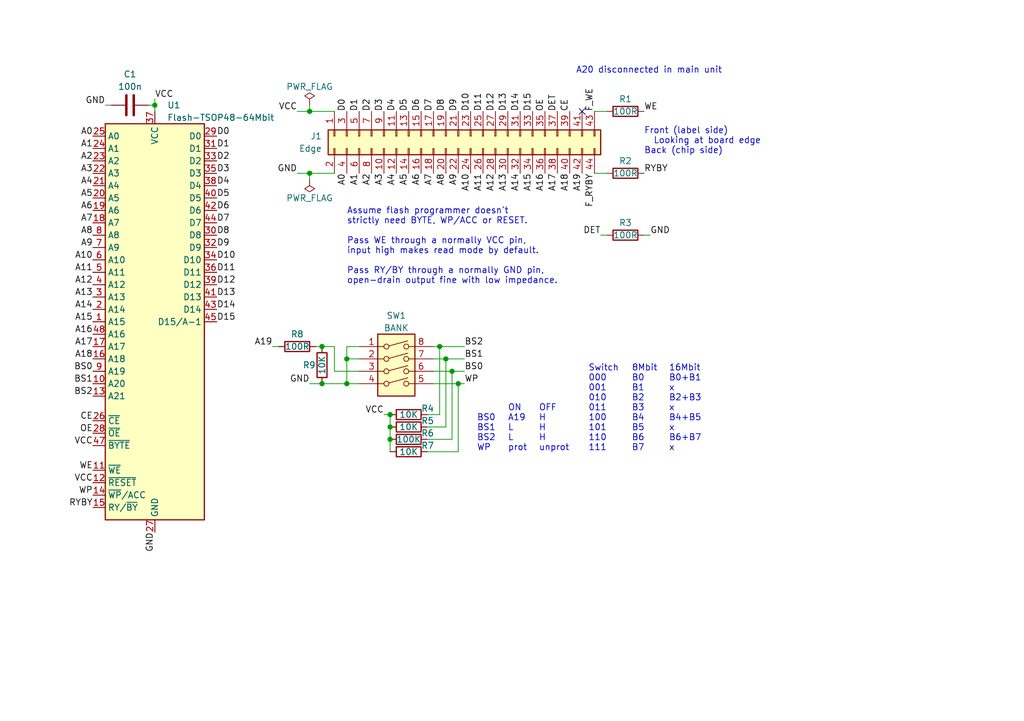
<source format=kicad_sch>
(kicad_sch (version 20230121) (generator eeschema)

  (uuid 939b13e1-9e7b-4227-8e2f-873544ba0a76)

  (paper "A5")

  (lib_symbols
    (symbol "CartParts:Flash-TSOP48-64Mbit" (in_bom yes) (on_board yes)
      (property "Reference" "U" (at 2.54 44.45 0)
        (effects (font (size 1.27 1.27)) (justify left))
      )
      (property "Value" "Flash-TSOP48-64Mbit" (at 2.54 41.91 0)
        (effects (font (size 1.27 1.27)) (justify left))
      )
      (property "Footprint" "Package_SO:TSOP-I-48_18.4x12mm_P0.5mm" (at 19.05 48.26 0)
        (effects (font (size 1.27 1.27)) hide)
      )
      (property "Datasheet" "" (at 19.05 48.26 0)
        (effects (font (size 1.27 1.27)) hide)
      )
      (symbol "Flash-TSOP48-64Mbit_1_1"
        (rectangle (start -10.16 40.64) (end 10.16 -40.64)
          (stroke (width 0.254) (type default))
          (fill (type background))
        )
        (pin input line (at -12.7 0 0) (length 2.54)
          (name "A15" (effects (font (size 1.27 1.27))))
          (number "1" (effects (font (size 1.27 1.27))))
        )
        (pin input line (at -12.7 -12.7 0) (length 2.54)
          (name "A20" (effects (font (size 1.27 1.27))))
          (number "10" (effects (font (size 1.27 1.27))))
        )
        (pin input line (at -12.7 -30.48 0) (length 2.54)
          (name "~{WE}" (effects (font (size 1.27 1.27))))
          (number "11" (effects (font (size 1.27 1.27))))
        )
        (pin input line (at -12.7 -33.02 0) (length 2.54)
          (name "~{RESET}" (effects (font (size 1.27 1.27))))
          (number "12" (effects (font (size 1.27 1.27))))
        )
        (pin input line (at -12.7 -15.24 0) (length 2.54)
          (name "A21" (effects (font (size 1.27 1.27))))
          (number "13" (effects (font (size 1.27 1.27))))
        )
        (pin input line (at -12.7 -35.56 0) (length 2.54)
          (name "~{WP}/ACC" (effects (font (size 1.27 1.27))))
          (number "14" (effects (font (size 1.27 1.27))))
        )
        (pin open_collector line (at -12.7 -38.1 0) (length 2.54)
          (name "RY/~{BY}" (effects (font (size 1.27 1.27))))
          (number "15" (effects (font (size 1.27 1.27))))
        )
        (pin input line (at -12.7 -7.62 0) (length 2.54)
          (name "A18" (effects (font (size 1.27 1.27))))
          (number "16" (effects (font (size 1.27 1.27))))
        )
        (pin input line (at -12.7 -5.08 0) (length 2.54)
          (name "A17" (effects (font (size 1.27 1.27))))
          (number "17" (effects (font (size 1.27 1.27))))
        )
        (pin input line (at -12.7 20.32 0) (length 2.54)
          (name "A7" (effects (font (size 1.27 1.27))))
          (number "18" (effects (font (size 1.27 1.27))))
        )
        (pin input line (at -12.7 22.86 0) (length 2.54)
          (name "A6" (effects (font (size 1.27 1.27))))
          (number "19" (effects (font (size 1.27 1.27))))
        )
        (pin input line (at -12.7 2.54 0) (length 2.54)
          (name "A14" (effects (font (size 1.27 1.27))))
          (number "2" (effects (font (size 1.27 1.27))))
        )
        (pin input line (at -12.7 25.4 0) (length 2.54)
          (name "A5" (effects (font (size 1.27 1.27))))
          (number "20" (effects (font (size 1.27 1.27))))
        )
        (pin input line (at -12.7 27.94 0) (length 2.54)
          (name "A4" (effects (font (size 1.27 1.27))))
          (number "21" (effects (font (size 1.27 1.27))))
        )
        (pin input line (at -12.7 30.48 0) (length 2.54)
          (name "A3" (effects (font (size 1.27 1.27))))
          (number "22" (effects (font (size 1.27 1.27))))
        )
        (pin input line (at -12.7 33.02 0) (length 2.54)
          (name "A2" (effects (font (size 1.27 1.27))))
          (number "23" (effects (font (size 1.27 1.27))))
        )
        (pin input line (at -12.7 35.56 0) (length 2.54)
          (name "A1" (effects (font (size 1.27 1.27))))
          (number "24" (effects (font (size 1.27 1.27))))
        )
        (pin input line (at -12.7 38.1 0) (length 2.54)
          (name "A0" (effects (font (size 1.27 1.27))))
          (number "25" (effects (font (size 1.27 1.27))))
        )
        (pin input line (at -12.7 -20.32 0) (length 2.54)
          (name "~{CE}" (effects (font (size 1.27 1.27))))
          (number "26" (effects (font (size 1.27 1.27))))
        )
        (pin power_in line (at 0 -43.18 90) (length 2.54)
          (name "GND" (effects (font (size 1.27 1.27))))
          (number "27" (effects (font (size 1.27 1.27))))
        )
        (pin input line (at -12.7 -22.86 0) (length 2.54)
          (name "~{OE}" (effects (font (size 1.27 1.27))))
          (number "28" (effects (font (size 1.27 1.27))))
        )
        (pin output line (at 12.7 38.1 180) (length 2.54)
          (name "D0" (effects (font (size 1.27 1.27))))
          (number "29" (effects (font (size 1.27 1.27))))
        )
        (pin input line (at -12.7 5.08 0) (length 2.54)
          (name "A13" (effects (font (size 1.27 1.27))))
          (number "3" (effects (font (size 1.27 1.27))))
        )
        (pin output line (at 12.7 17.78 180) (length 2.54)
          (name "D8" (effects (font (size 1.27 1.27))))
          (number "30" (effects (font (size 1.27 1.27))))
        )
        (pin output line (at 12.7 35.56 180) (length 2.54)
          (name "D1" (effects (font (size 1.27 1.27))))
          (number "31" (effects (font (size 1.27 1.27))))
        )
        (pin output line (at 12.7 15.24 180) (length 2.54)
          (name "D9" (effects (font (size 1.27 1.27))))
          (number "32" (effects (font (size 1.27 1.27))))
        )
        (pin output line (at 12.7 33.02 180) (length 2.54)
          (name "D2" (effects (font (size 1.27 1.27))))
          (number "33" (effects (font (size 1.27 1.27))))
        )
        (pin output line (at 12.7 12.7 180) (length 2.54)
          (name "D10" (effects (font (size 1.27 1.27))))
          (number "34" (effects (font (size 1.27 1.27))))
        )
        (pin output line (at 12.7 30.48 180) (length 2.54)
          (name "D3" (effects (font (size 1.27 1.27))))
          (number "35" (effects (font (size 1.27 1.27))))
        )
        (pin output line (at 12.7 10.16 180) (length 2.54)
          (name "D11" (effects (font (size 1.27 1.27))))
          (number "36" (effects (font (size 1.27 1.27))))
        )
        (pin power_in line (at 0 43.18 270) (length 2.54)
          (name "VCC" (effects (font (size 1.27 1.27))))
          (number "37" (effects (font (size 1.27 1.27))))
        )
        (pin output line (at 12.7 27.94 180) (length 2.54)
          (name "D4" (effects (font (size 1.27 1.27))))
          (number "38" (effects (font (size 1.27 1.27))))
        )
        (pin output line (at 12.7 7.62 180) (length 2.54)
          (name "D12" (effects (font (size 1.27 1.27))))
          (number "39" (effects (font (size 1.27 1.27))))
        )
        (pin input line (at -12.7 7.62 0) (length 2.54)
          (name "A12" (effects (font (size 1.27 1.27))))
          (number "4" (effects (font (size 1.27 1.27))))
        )
        (pin output line (at 12.7 25.4 180) (length 2.54)
          (name "D5" (effects (font (size 1.27 1.27))))
          (number "40" (effects (font (size 1.27 1.27))))
        )
        (pin output line (at 12.7 5.08 180) (length 2.54)
          (name "D13" (effects (font (size 1.27 1.27))))
          (number "41" (effects (font (size 1.27 1.27))))
        )
        (pin output line (at 12.7 22.86 180) (length 2.54)
          (name "D6" (effects (font (size 1.27 1.27))))
          (number "42" (effects (font (size 1.27 1.27))))
        )
        (pin output line (at 12.7 2.54 180) (length 2.54)
          (name "D14" (effects (font (size 1.27 1.27))))
          (number "43" (effects (font (size 1.27 1.27))))
        )
        (pin output line (at 12.7 20.32 180) (length 2.54)
          (name "D7" (effects (font (size 1.27 1.27))))
          (number "44" (effects (font (size 1.27 1.27))))
        )
        (pin output line (at 12.7 0 180) (length 2.54)
          (name "D15/A-1" (effects (font (size 1.27 1.27))))
          (number "45" (effects (font (size 1.27 1.27))))
        )
        (pin passive line (at 0 -43.18 90) (length 2.54) hide
          (name "GND" (effects (font (size 1.27 1.27))))
          (number "46" (effects (font (size 1.27 1.27))))
        )
        (pin input line (at -12.7 -25.4 0) (length 2.54)
          (name "~{BYTE}" (effects (font (size 1.27 1.27))))
          (number "47" (effects (font (size 1.27 1.27))))
        )
        (pin input line (at -12.7 -2.54 0) (length 2.54)
          (name "A16" (effects (font (size 1.27 1.27))))
          (number "48" (effects (font (size 1.27 1.27))))
        )
        (pin input line (at -12.7 10.16 0) (length 2.54)
          (name "A11" (effects (font (size 1.27 1.27))))
          (number "5" (effects (font (size 1.27 1.27))))
        )
        (pin input line (at -12.7 12.7 0) (length 2.54)
          (name "A10" (effects (font (size 1.27 1.27))))
          (number "6" (effects (font (size 1.27 1.27))))
        )
        (pin input line (at -12.7 15.24 0) (length 2.54)
          (name "A9" (effects (font (size 1.27 1.27))))
          (number "7" (effects (font (size 1.27 1.27))))
        )
        (pin input line (at -12.7 17.78 0) (length 2.54)
          (name "A8" (effects (font (size 1.27 1.27))))
          (number "8" (effects (font (size 1.27 1.27))))
        )
        (pin input line (at -12.7 -10.16 0) (length 2.54)
          (name "A19" (effects (font (size 1.27 1.27))))
          (number "9" (effects (font (size 1.27 1.27))))
        )
      )
    )
    (symbol "Connector_Generic:Conn_02x22_Odd_Even" (pin_names (offset 1.016) hide) (in_bom yes) (on_board yes)
      (property "Reference" "J" (at 1.27 27.94 0)
        (effects (font (size 1.27 1.27)))
      )
      (property "Value" "Conn_02x22_Odd_Even" (at 1.27 -30.48 0)
        (effects (font (size 1.27 1.27)))
      )
      (property "Footprint" "" (at 0 0 0)
        (effects (font (size 1.27 1.27)) hide)
      )
      (property "Datasheet" "~" (at 0 0 0)
        (effects (font (size 1.27 1.27)) hide)
      )
      (property "ki_keywords" "connector" (at 0 0 0)
        (effects (font (size 1.27 1.27)) hide)
      )
      (property "ki_description" "Generic connector, double row, 02x22, odd/even pin numbering scheme (row 1 odd numbers, row 2 even numbers), script generated (kicad-library-utils/schlib/autogen/connector/)" (at 0 0 0)
        (effects (font (size 1.27 1.27)) hide)
      )
      (property "ki_fp_filters" "Connector*:*_2x??_*" (at 0 0 0)
        (effects (font (size 1.27 1.27)) hide)
      )
      (symbol "Conn_02x22_Odd_Even_1_1"
        (rectangle (start -1.27 -27.813) (end 0 -28.067)
          (stroke (width 0.1524) (type default))
          (fill (type none))
        )
        (rectangle (start -1.27 -25.273) (end 0 -25.527)
          (stroke (width 0.1524) (type default))
          (fill (type none))
        )
        (rectangle (start -1.27 -22.733) (end 0 -22.987)
          (stroke (width 0.1524) (type default))
          (fill (type none))
        )
        (rectangle (start -1.27 -20.193) (end 0 -20.447)
          (stroke (width 0.1524) (type default))
          (fill (type none))
        )
        (rectangle (start -1.27 -17.653) (end 0 -17.907)
          (stroke (width 0.1524) (type default))
          (fill (type none))
        )
        (rectangle (start -1.27 -15.113) (end 0 -15.367)
          (stroke (width 0.1524) (type default))
          (fill (type none))
        )
        (rectangle (start -1.27 -12.573) (end 0 -12.827)
          (stroke (width 0.1524) (type default))
          (fill (type none))
        )
        (rectangle (start -1.27 -10.033) (end 0 -10.287)
          (stroke (width 0.1524) (type default))
          (fill (type none))
        )
        (rectangle (start -1.27 -7.493) (end 0 -7.747)
          (stroke (width 0.1524) (type default))
          (fill (type none))
        )
        (rectangle (start -1.27 -4.953) (end 0 -5.207)
          (stroke (width 0.1524) (type default))
          (fill (type none))
        )
        (rectangle (start -1.27 -2.413) (end 0 -2.667)
          (stroke (width 0.1524) (type default))
          (fill (type none))
        )
        (rectangle (start -1.27 0.127) (end 0 -0.127)
          (stroke (width 0.1524) (type default))
          (fill (type none))
        )
        (rectangle (start -1.27 2.667) (end 0 2.413)
          (stroke (width 0.1524) (type default))
          (fill (type none))
        )
        (rectangle (start -1.27 5.207) (end 0 4.953)
          (stroke (width 0.1524) (type default))
          (fill (type none))
        )
        (rectangle (start -1.27 7.747) (end 0 7.493)
          (stroke (width 0.1524) (type default))
          (fill (type none))
        )
        (rectangle (start -1.27 10.287) (end 0 10.033)
          (stroke (width 0.1524) (type default))
          (fill (type none))
        )
        (rectangle (start -1.27 12.827) (end 0 12.573)
          (stroke (width 0.1524) (type default))
          (fill (type none))
        )
        (rectangle (start -1.27 15.367) (end 0 15.113)
          (stroke (width 0.1524) (type default))
          (fill (type none))
        )
        (rectangle (start -1.27 17.907) (end 0 17.653)
          (stroke (width 0.1524) (type default))
          (fill (type none))
        )
        (rectangle (start -1.27 20.447) (end 0 20.193)
          (stroke (width 0.1524) (type default))
          (fill (type none))
        )
        (rectangle (start -1.27 22.987) (end 0 22.733)
          (stroke (width 0.1524) (type default))
          (fill (type none))
        )
        (rectangle (start -1.27 25.527) (end 0 25.273)
          (stroke (width 0.1524) (type default))
          (fill (type none))
        )
        (rectangle (start -1.27 26.67) (end 3.81 -29.21)
          (stroke (width 0.254) (type default))
          (fill (type background))
        )
        (rectangle (start 3.81 -27.813) (end 2.54 -28.067)
          (stroke (width 0.1524) (type default))
          (fill (type none))
        )
        (rectangle (start 3.81 -25.273) (end 2.54 -25.527)
          (stroke (width 0.1524) (type default))
          (fill (type none))
        )
        (rectangle (start 3.81 -22.733) (end 2.54 -22.987)
          (stroke (width 0.1524) (type default))
          (fill (type none))
        )
        (rectangle (start 3.81 -20.193) (end 2.54 -20.447)
          (stroke (width 0.1524) (type default))
          (fill (type none))
        )
        (rectangle (start 3.81 -17.653) (end 2.54 -17.907)
          (stroke (width 0.1524) (type default))
          (fill (type none))
        )
        (rectangle (start 3.81 -15.113) (end 2.54 -15.367)
          (stroke (width 0.1524) (type default))
          (fill (type none))
        )
        (rectangle (start 3.81 -12.573) (end 2.54 -12.827)
          (stroke (width 0.1524) (type default))
          (fill (type none))
        )
        (rectangle (start 3.81 -10.033) (end 2.54 -10.287)
          (stroke (width 0.1524) (type default))
          (fill (type none))
        )
        (rectangle (start 3.81 -7.493) (end 2.54 -7.747)
          (stroke (width 0.1524) (type default))
          (fill (type none))
        )
        (rectangle (start 3.81 -4.953) (end 2.54 -5.207)
          (stroke (width 0.1524) (type default))
          (fill (type none))
        )
        (rectangle (start 3.81 -2.413) (end 2.54 -2.667)
          (stroke (width 0.1524) (type default))
          (fill (type none))
        )
        (rectangle (start 3.81 0.127) (end 2.54 -0.127)
          (stroke (width 0.1524) (type default))
          (fill (type none))
        )
        (rectangle (start 3.81 2.667) (end 2.54 2.413)
          (stroke (width 0.1524) (type default))
          (fill (type none))
        )
        (rectangle (start 3.81 5.207) (end 2.54 4.953)
          (stroke (width 0.1524) (type default))
          (fill (type none))
        )
        (rectangle (start 3.81 7.747) (end 2.54 7.493)
          (stroke (width 0.1524) (type default))
          (fill (type none))
        )
        (rectangle (start 3.81 10.287) (end 2.54 10.033)
          (stroke (width 0.1524) (type default))
          (fill (type none))
        )
        (rectangle (start 3.81 12.827) (end 2.54 12.573)
          (stroke (width 0.1524) (type default))
          (fill (type none))
        )
        (rectangle (start 3.81 15.367) (end 2.54 15.113)
          (stroke (width 0.1524) (type default))
          (fill (type none))
        )
        (rectangle (start 3.81 17.907) (end 2.54 17.653)
          (stroke (width 0.1524) (type default))
          (fill (type none))
        )
        (rectangle (start 3.81 20.447) (end 2.54 20.193)
          (stroke (width 0.1524) (type default))
          (fill (type none))
        )
        (rectangle (start 3.81 22.987) (end 2.54 22.733)
          (stroke (width 0.1524) (type default))
          (fill (type none))
        )
        (rectangle (start 3.81 25.527) (end 2.54 25.273)
          (stroke (width 0.1524) (type default))
          (fill (type none))
        )
        (pin passive line (at -5.08 25.4 0) (length 3.81)
          (name "Pin_1" (effects (font (size 1.27 1.27))))
          (number "1" (effects (font (size 1.27 1.27))))
        )
        (pin passive line (at 7.62 15.24 180) (length 3.81)
          (name "Pin_10" (effects (font (size 1.27 1.27))))
          (number "10" (effects (font (size 1.27 1.27))))
        )
        (pin passive line (at -5.08 12.7 0) (length 3.81)
          (name "Pin_11" (effects (font (size 1.27 1.27))))
          (number "11" (effects (font (size 1.27 1.27))))
        )
        (pin passive line (at 7.62 12.7 180) (length 3.81)
          (name "Pin_12" (effects (font (size 1.27 1.27))))
          (number "12" (effects (font (size 1.27 1.27))))
        )
        (pin passive line (at -5.08 10.16 0) (length 3.81)
          (name "Pin_13" (effects (font (size 1.27 1.27))))
          (number "13" (effects (font (size 1.27 1.27))))
        )
        (pin passive line (at 7.62 10.16 180) (length 3.81)
          (name "Pin_14" (effects (font (size 1.27 1.27))))
          (number "14" (effects (font (size 1.27 1.27))))
        )
        (pin passive line (at -5.08 7.62 0) (length 3.81)
          (name "Pin_15" (effects (font (size 1.27 1.27))))
          (number "15" (effects (font (size 1.27 1.27))))
        )
        (pin passive line (at 7.62 7.62 180) (length 3.81)
          (name "Pin_16" (effects (font (size 1.27 1.27))))
          (number "16" (effects (font (size 1.27 1.27))))
        )
        (pin passive line (at -5.08 5.08 0) (length 3.81)
          (name "Pin_17" (effects (font (size 1.27 1.27))))
          (number "17" (effects (font (size 1.27 1.27))))
        )
        (pin passive line (at 7.62 5.08 180) (length 3.81)
          (name "Pin_18" (effects (font (size 1.27 1.27))))
          (number "18" (effects (font (size 1.27 1.27))))
        )
        (pin passive line (at -5.08 2.54 0) (length 3.81)
          (name "Pin_19" (effects (font (size 1.27 1.27))))
          (number "19" (effects (font (size 1.27 1.27))))
        )
        (pin passive line (at 7.62 25.4 180) (length 3.81)
          (name "Pin_2" (effects (font (size 1.27 1.27))))
          (number "2" (effects (font (size 1.27 1.27))))
        )
        (pin passive line (at 7.62 2.54 180) (length 3.81)
          (name "Pin_20" (effects (font (size 1.27 1.27))))
          (number "20" (effects (font (size 1.27 1.27))))
        )
        (pin passive line (at -5.08 0 0) (length 3.81)
          (name "Pin_21" (effects (font (size 1.27 1.27))))
          (number "21" (effects (font (size 1.27 1.27))))
        )
        (pin passive line (at 7.62 0 180) (length 3.81)
          (name "Pin_22" (effects (font (size 1.27 1.27))))
          (number "22" (effects (font (size 1.27 1.27))))
        )
        (pin passive line (at -5.08 -2.54 0) (length 3.81)
          (name "Pin_23" (effects (font (size 1.27 1.27))))
          (number "23" (effects (font (size 1.27 1.27))))
        )
        (pin passive line (at 7.62 -2.54 180) (length 3.81)
          (name "Pin_24" (effects (font (size 1.27 1.27))))
          (number "24" (effects (font (size 1.27 1.27))))
        )
        (pin passive line (at -5.08 -5.08 0) (length 3.81)
          (name "Pin_25" (effects (font (size 1.27 1.27))))
          (number "25" (effects (font (size 1.27 1.27))))
        )
        (pin passive line (at 7.62 -5.08 180) (length 3.81)
          (name "Pin_26" (effects (font (size 1.27 1.27))))
          (number "26" (effects (font (size 1.27 1.27))))
        )
        (pin passive line (at -5.08 -7.62 0) (length 3.81)
          (name "Pin_27" (effects (font (size 1.27 1.27))))
          (number "27" (effects (font (size 1.27 1.27))))
        )
        (pin passive line (at 7.62 -7.62 180) (length 3.81)
          (name "Pin_28" (effects (font (size 1.27 1.27))))
          (number "28" (effects (font (size 1.27 1.27))))
        )
        (pin passive line (at -5.08 -10.16 0) (length 3.81)
          (name "Pin_29" (effects (font (size 1.27 1.27))))
          (number "29" (effects (font (size 1.27 1.27))))
        )
        (pin passive line (at -5.08 22.86 0) (length 3.81)
          (name "Pin_3" (effects (font (size 1.27 1.27))))
          (number "3" (effects (font (size 1.27 1.27))))
        )
        (pin passive line (at 7.62 -10.16 180) (length 3.81)
          (name "Pin_30" (effects (font (size 1.27 1.27))))
          (number "30" (effects (font (size 1.27 1.27))))
        )
        (pin passive line (at -5.08 -12.7 0) (length 3.81)
          (name "Pin_31" (effects (font (size 1.27 1.27))))
          (number "31" (effects (font (size 1.27 1.27))))
        )
        (pin passive line (at 7.62 -12.7 180) (length 3.81)
          (name "Pin_32" (effects (font (size 1.27 1.27))))
          (number "32" (effects (font (size 1.27 1.27))))
        )
        (pin passive line (at -5.08 -15.24 0) (length 3.81)
          (name "Pin_33" (effects (font (size 1.27 1.27))))
          (number "33" (effects (font (size 1.27 1.27))))
        )
        (pin passive line (at 7.62 -15.24 180) (length 3.81)
          (name "Pin_34" (effects (font (size 1.27 1.27))))
          (number "34" (effects (font (size 1.27 1.27))))
        )
        (pin passive line (at -5.08 -17.78 0) (length 3.81)
          (name "Pin_35" (effects (font (size 1.27 1.27))))
          (number "35" (effects (font (size 1.27 1.27))))
        )
        (pin passive line (at 7.62 -17.78 180) (length 3.81)
          (name "Pin_36" (effects (font (size 1.27 1.27))))
          (number "36" (effects (font (size 1.27 1.27))))
        )
        (pin passive line (at -5.08 -20.32 0) (length 3.81)
          (name "Pin_37" (effects (font (size 1.27 1.27))))
          (number "37" (effects (font (size 1.27 1.27))))
        )
        (pin passive line (at 7.62 -20.32 180) (length 3.81)
          (name "Pin_38" (effects (font (size 1.27 1.27))))
          (number "38" (effects (font (size 1.27 1.27))))
        )
        (pin passive line (at -5.08 -22.86 0) (length 3.81)
          (name "Pin_39" (effects (font (size 1.27 1.27))))
          (number "39" (effects (font (size 1.27 1.27))))
        )
        (pin passive line (at 7.62 22.86 180) (length 3.81)
          (name "Pin_4" (effects (font (size 1.27 1.27))))
          (number "4" (effects (font (size 1.27 1.27))))
        )
        (pin passive line (at 7.62 -22.86 180) (length 3.81)
          (name "Pin_40" (effects (font (size 1.27 1.27))))
          (number "40" (effects (font (size 1.27 1.27))))
        )
        (pin passive line (at -5.08 -25.4 0) (length 3.81)
          (name "Pin_41" (effects (font (size 1.27 1.27))))
          (number "41" (effects (font (size 1.27 1.27))))
        )
        (pin passive line (at 7.62 -25.4 180) (length 3.81)
          (name "Pin_42" (effects (font (size 1.27 1.27))))
          (number "42" (effects (font (size 1.27 1.27))))
        )
        (pin passive line (at -5.08 -27.94 0) (length 3.81)
          (name "Pin_43" (effects (font (size 1.27 1.27))))
          (number "43" (effects (font (size 1.27 1.27))))
        )
        (pin passive line (at 7.62 -27.94 180) (length 3.81)
          (name "Pin_44" (effects (font (size 1.27 1.27))))
          (number "44" (effects (font (size 1.27 1.27))))
        )
        (pin passive line (at -5.08 20.32 0) (length 3.81)
          (name "Pin_5" (effects (font (size 1.27 1.27))))
          (number "5" (effects (font (size 1.27 1.27))))
        )
        (pin passive line (at 7.62 20.32 180) (length 3.81)
          (name "Pin_6" (effects (font (size 1.27 1.27))))
          (number "6" (effects (font (size 1.27 1.27))))
        )
        (pin passive line (at -5.08 17.78 0) (length 3.81)
          (name "Pin_7" (effects (font (size 1.27 1.27))))
          (number "7" (effects (font (size 1.27 1.27))))
        )
        (pin passive line (at 7.62 17.78 180) (length 3.81)
          (name "Pin_8" (effects (font (size 1.27 1.27))))
          (number "8" (effects (font (size 1.27 1.27))))
        )
        (pin passive line (at -5.08 15.24 0) (length 3.81)
          (name "Pin_9" (effects (font (size 1.27 1.27))))
          (number "9" (effects (font (size 1.27 1.27))))
        )
      )
    )
    (symbol "Device:C" (pin_numbers hide) (pin_names (offset 0.254)) (in_bom yes) (on_board yes)
      (property "Reference" "C" (at 0.635 2.54 0)
        (effects (font (size 1.27 1.27)) (justify left))
      )
      (property "Value" "C" (at 0.635 -2.54 0)
        (effects (font (size 1.27 1.27)) (justify left))
      )
      (property "Footprint" "" (at 0.9652 -3.81 0)
        (effects (font (size 1.27 1.27)) hide)
      )
      (property "Datasheet" "~" (at 0 0 0)
        (effects (font (size 1.27 1.27)) hide)
      )
      (property "ki_keywords" "cap capacitor" (at 0 0 0)
        (effects (font (size 1.27 1.27)) hide)
      )
      (property "ki_description" "Unpolarized capacitor" (at 0 0 0)
        (effects (font (size 1.27 1.27)) hide)
      )
      (property "ki_fp_filters" "C_*" (at 0 0 0)
        (effects (font (size 1.27 1.27)) hide)
      )
      (symbol "C_0_1"
        (polyline
          (pts
            (xy -2.032 -0.762)
            (xy 2.032 -0.762)
          )
          (stroke (width 0.508) (type default))
          (fill (type none))
        )
        (polyline
          (pts
            (xy -2.032 0.762)
            (xy 2.032 0.762)
          )
          (stroke (width 0.508) (type default))
          (fill (type none))
        )
      )
      (symbol "C_1_1"
        (pin passive line (at 0 3.81 270) (length 2.794)
          (name "~" (effects (font (size 1.27 1.27))))
          (number "1" (effects (font (size 1.27 1.27))))
        )
        (pin passive line (at 0 -3.81 90) (length 2.794)
          (name "~" (effects (font (size 1.27 1.27))))
          (number "2" (effects (font (size 1.27 1.27))))
        )
      )
    )
    (symbol "Device:R" (pin_numbers hide) (pin_names (offset 0)) (in_bom yes) (on_board yes)
      (property "Reference" "R" (at 2.032 0 90)
        (effects (font (size 1.27 1.27)))
      )
      (property "Value" "R" (at 0 0 90)
        (effects (font (size 1.27 1.27)))
      )
      (property "Footprint" "" (at -1.778 0 90)
        (effects (font (size 1.27 1.27)) hide)
      )
      (property "Datasheet" "~" (at 0 0 0)
        (effects (font (size 1.27 1.27)) hide)
      )
      (property "ki_keywords" "R res resistor" (at 0 0 0)
        (effects (font (size 1.27 1.27)) hide)
      )
      (property "ki_description" "Resistor" (at 0 0 0)
        (effects (font (size 1.27 1.27)) hide)
      )
      (property "ki_fp_filters" "R_*" (at 0 0 0)
        (effects (font (size 1.27 1.27)) hide)
      )
      (symbol "R_0_1"
        (rectangle (start -1.016 -2.54) (end 1.016 2.54)
          (stroke (width 0.254) (type default))
          (fill (type none))
        )
      )
      (symbol "R_1_1"
        (pin passive line (at 0 3.81 270) (length 1.27)
          (name "~" (effects (font (size 1.27 1.27))))
          (number "1" (effects (font (size 1.27 1.27))))
        )
        (pin passive line (at 0 -3.81 90) (length 1.27)
          (name "~" (effects (font (size 1.27 1.27))))
          (number "2" (effects (font (size 1.27 1.27))))
        )
      )
    )
    (symbol "Switch:SW_DIP_x04" (pin_names (offset 0) hide) (in_bom yes) (on_board yes)
      (property "Reference" "SW" (at 0 8.89 0)
        (effects (font (size 1.27 1.27)))
      )
      (property "Value" "SW_DIP_x04" (at 0 -6.35 0)
        (effects (font (size 1.27 1.27)))
      )
      (property "Footprint" "" (at 0 0 0)
        (effects (font (size 1.27 1.27)) hide)
      )
      (property "Datasheet" "~" (at 0 0 0)
        (effects (font (size 1.27 1.27)) hide)
      )
      (property "ki_keywords" "dip switch" (at 0 0 0)
        (effects (font (size 1.27 1.27)) hide)
      )
      (property "ki_description" "4x DIP Switch, Single Pole Single Throw (SPST) switch, small symbol" (at 0 0 0)
        (effects (font (size 1.27 1.27)) hide)
      )
      (property "ki_fp_filters" "SW?DIP?x4*" (at 0 0 0)
        (effects (font (size 1.27 1.27)) hide)
      )
      (symbol "SW_DIP_x04_0_0"
        (circle (center -2.032 -2.54) (radius 0.508)
          (stroke (width 0) (type default))
          (fill (type none))
        )
        (circle (center -2.032 0) (radius 0.508)
          (stroke (width 0) (type default))
          (fill (type none))
        )
        (circle (center -2.032 2.54) (radius 0.508)
          (stroke (width 0) (type default))
          (fill (type none))
        )
        (circle (center -2.032 5.08) (radius 0.508)
          (stroke (width 0) (type default))
          (fill (type none))
        )
        (polyline
          (pts
            (xy -1.524 -2.3876)
            (xy 2.3622 -1.3462)
          )
          (stroke (width 0) (type default))
          (fill (type none))
        )
        (polyline
          (pts
            (xy -1.524 0.127)
            (xy 2.3622 1.1684)
          )
          (stroke (width 0) (type default))
          (fill (type none))
        )
        (polyline
          (pts
            (xy -1.524 2.667)
            (xy 2.3622 3.7084)
          )
          (stroke (width 0) (type default))
          (fill (type none))
        )
        (polyline
          (pts
            (xy -1.524 5.207)
            (xy 2.3622 6.2484)
          )
          (stroke (width 0) (type default))
          (fill (type none))
        )
        (circle (center 2.032 -2.54) (radius 0.508)
          (stroke (width 0) (type default))
          (fill (type none))
        )
        (circle (center 2.032 0) (radius 0.508)
          (stroke (width 0) (type default))
          (fill (type none))
        )
        (circle (center 2.032 2.54) (radius 0.508)
          (stroke (width 0) (type default))
          (fill (type none))
        )
        (circle (center 2.032 5.08) (radius 0.508)
          (stroke (width 0) (type default))
          (fill (type none))
        )
      )
      (symbol "SW_DIP_x04_0_1"
        (rectangle (start -3.81 7.62) (end 3.81 -5.08)
          (stroke (width 0.254) (type default))
          (fill (type background))
        )
      )
      (symbol "SW_DIP_x04_1_1"
        (pin passive line (at -7.62 5.08 0) (length 5.08)
          (name "~" (effects (font (size 1.27 1.27))))
          (number "1" (effects (font (size 1.27 1.27))))
        )
        (pin passive line (at -7.62 2.54 0) (length 5.08)
          (name "~" (effects (font (size 1.27 1.27))))
          (number "2" (effects (font (size 1.27 1.27))))
        )
        (pin passive line (at -7.62 0 0) (length 5.08)
          (name "~" (effects (font (size 1.27 1.27))))
          (number "3" (effects (font (size 1.27 1.27))))
        )
        (pin passive line (at -7.62 -2.54 0) (length 5.08)
          (name "~" (effects (font (size 1.27 1.27))))
          (number "4" (effects (font (size 1.27 1.27))))
        )
        (pin passive line (at 7.62 -2.54 180) (length 5.08)
          (name "~" (effects (font (size 1.27 1.27))))
          (number "5" (effects (font (size 1.27 1.27))))
        )
        (pin passive line (at 7.62 0 180) (length 5.08)
          (name "~" (effects (font (size 1.27 1.27))))
          (number "6" (effects (font (size 1.27 1.27))))
        )
        (pin passive line (at 7.62 2.54 180) (length 5.08)
          (name "~" (effects (font (size 1.27 1.27))))
          (number "7" (effects (font (size 1.27 1.27))))
        )
        (pin passive line (at 7.62 5.08 180) (length 5.08)
          (name "~" (effects (font (size 1.27 1.27))))
          (number "8" (effects (font (size 1.27 1.27))))
        )
      )
    )
    (symbol "power:PWR_FLAG" (power) (pin_numbers hide) (pin_names (offset 0) hide) (in_bom yes) (on_board yes)
      (property "Reference" "#FLG" (at 0 1.905 0)
        (effects (font (size 1.27 1.27)) hide)
      )
      (property "Value" "PWR_FLAG" (at 0 3.81 0)
        (effects (font (size 1.27 1.27)))
      )
      (property "Footprint" "" (at 0 0 0)
        (effects (font (size 1.27 1.27)) hide)
      )
      (property "Datasheet" "~" (at 0 0 0)
        (effects (font (size 1.27 1.27)) hide)
      )
      (property "ki_keywords" "flag power" (at 0 0 0)
        (effects (font (size 1.27 1.27)) hide)
      )
      (property "ki_description" "Special symbol for telling ERC where power comes from" (at 0 0 0)
        (effects (font (size 1.27 1.27)) hide)
      )
      (symbol "PWR_FLAG_0_0"
        (pin power_out line (at 0 0 90) (length 0)
          (name "pwr" (effects (font (size 1.27 1.27))))
          (number "1" (effects (font (size 1.27 1.27))))
        )
      )
      (symbol "PWR_FLAG_0_1"
        (polyline
          (pts
            (xy 0 0)
            (xy 0 1.27)
            (xy -1.016 1.905)
            (xy 0 2.54)
            (xy 1.016 1.905)
            (xy 0 1.27)
          )
          (stroke (width 0) (type default))
          (fill (type none))
        )
      )
    )
  )

  (junction (at 91.44 73.66) (diameter 0) (color 0 0 0 0)
    (uuid 006d5aee-b7b8-460c-b1d3-5bcf6748d0fb)
  )
  (junction (at 90.17 71.12) (diameter 0) (color 0 0 0 0)
    (uuid 0dec84aa-dc24-472d-8498-ec5eb6a56f2d)
  )
  (junction (at 63.5 35.56) (diameter 0) (color 0 0 0 0)
    (uuid 21d040cc-82e0-4018-bf25-d0a942d23d8c)
  )
  (junction (at 80.01 90.17) (diameter 0) (color 0 0 0 0)
    (uuid 453ebc14-9134-46c8-8ce7-1b021b40eb6a)
  )
  (junction (at 71.12 73.66) (diameter 0) (color 0 0 0 0)
    (uuid 67fcee34-1d96-4ba5-a410-3e653abc87ca)
  )
  (junction (at 71.12 78.74) (diameter 0) (color 0 0 0 0)
    (uuid 6df31e74-6fe8-4ff0-afc0-986477481925)
  )
  (junction (at 66.04 78.74) (diameter 0) (color 0 0 0 0)
    (uuid 74d7cf25-6a0c-4702-bd63-c167d4a92b37)
  )
  (junction (at 92.71 76.2) (diameter 0) (color 0 0 0 0)
    (uuid 8d65b3c6-32bf-4d1e-8b7a-1c17de43735d)
  )
  (junction (at 80.01 87.63) (diameter 0) (color 0 0 0 0)
    (uuid a0dcca22-5348-4d1e-9d69-037dd6a4d66c)
  )
  (junction (at 66.04 71.12) (diameter 0) (color 0 0 0 0)
    (uuid acf2ebe9-9bb1-4ea0-a10e-03f3f67d1774)
  )
  (junction (at 31.75 21.59) (diameter 0) (color 0 0 0 0)
    (uuid ad580813-62a0-48cd-a362-004eaab66226)
  )
  (junction (at 63.5 22.86) (diameter 0) (color 0 0 0 0)
    (uuid b13eec0c-cbec-48ff-b449-be81c1a11934)
  )
  (junction (at 80.01 85.09) (diameter 0) (color 0 0 0 0)
    (uuid dc596e08-3403-4aff-b292-ab43e871f969)
  )
  (junction (at 93.98 78.74) (diameter 0) (color 0 0 0 0)
    (uuid f99696d0-cdbd-458a-8e72-9c435f8cc2fc)
  )

  (no_connect (at 119.38 22.86) (uuid 558fb406-5c82-4d27-bd54-c43fcf4f2116))

  (wire (pts (xy 88.9 71.12) (xy 90.17 71.12))
    (stroke (width 0) (type default))
    (uuid 02c124c5-d06e-44af-b9b8-74b355239d5e)
  )
  (wire (pts (xy 87.63 90.17) (xy 92.71 90.17))
    (stroke (width 0) (type default))
    (uuid 02f677d9-9525-4366-94d8-74d4b1acc7d4)
  )
  (wire (pts (xy 132.08 48.26) (xy 133.35 48.26))
    (stroke (width 0) (type default))
    (uuid 0d69659d-460c-4652-9c85-14293bc12caf)
  )
  (wire (pts (xy 63.5 35.56) (xy 68.58 35.56))
    (stroke (width 0) (type default))
    (uuid 0effbdb1-9ed1-4ee6-8a0a-f70cda05b267)
  )
  (wire (pts (xy 60.96 35.56) (xy 63.5 35.56))
    (stroke (width 0) (type default))
    (uuid 1239197d-43ba-427c-91a7-04698035289c)
  )
  (wire (pts (xy 121.92 22.86) (xy 124.46 22.86))
    (stroke (width 0) (type default))
    (uuid 15910406-e04f-41e2-855f-a801422db5e3)
  )
  (wire (pts (xy 123.19 48.26) (xy 124.46 48.26))
    (stroke (width 0) (type default))
    (uuid 17414351-4ed7-4759-9411-a8e810d3d396)
  )
  (wire (pts (xy 63.5 22.86) (xy 68.58 22.86))
    (stroke (width 0) (type default))
    (uuid 19180054-54c4-4eb6-b71b-6f4d8f2844ab)
  )
  (wire (pts (xy 63.5 36.83) (xy 63.5 35.56))
    (stroke (width 0) (type default))
    (uuid 216ddd59-5fab-4ddb-841f-259fe17e8d91)
  )
  (wire (pts (xy 121.92 35.56) (xy 124.46 35.56))
    (stroke (width 0) (type default))
    (uuid 23c2e75f-0b42-4351-832d-2573c9057b52)
  )
  (wire (pts (xy 63.5 78.74) (xy 66.04 78.74))
    (stroke (width 0) (type default))
    (uuid 27e4650b-ef6b-4ce8-a152-bc7fbf091466)
  )
  (wire (pts (xy 71.12 73.66) (xy 71.12 71.12))
    (stroke (width 0) (type default))
    (uuid 2e36d232-e807-4504-b4df-669d4a4d725f)
  )
  (wire (pts (xy 31.75 21.59) (xy 30.48 21.59))
    (stroke (width 0) (type default))
    (uuid 32b8c456-22f2-449c-83ce-3c03911d3481)
  )
  (wire (pts (xy 95.25 73.66) (xy 91.44 73.66))
    (stroke (width 0) (type default))
    (uuid 3a5d115e-e253-4a76-aa05-a5e70d0ac7f8)
  )
  (wire (pts (xy 80.01 90.17) (xy 80.01 92.71))
    (stroke (width 0) (type default))
    (uuid 45d9b869-8ea1-43cd-9a17-9f30b0f17d93)
  )
  (wire (pts (xy 80.01 85.09) (xy 78.74 85.09))
    (stroke (width 0) (type default))
    (uuid 48a71c30-0d73-4677-9537-4515f8e1d243)
  )
  (wire (pts (xy 91.44 73.66) (xy 88.9 73.66))
    (stroke (width 0) (type default))
    (uuid 4da1bcb0-d9aa-483c-b32f-93558f2717f9)
  )
  (wire (pts (xy 80.01 85.09) (xy 80.01 87.63))
    (stroke (width 0) (type default))
    (uuid 597876cb-5d36-44ae-ab3a-2373cfef828f)
  )
  (wire (pts (xy 66.04 71.12) (xy 68.58 71.12))
    (stroke (width 0) (type default))
    (uuid 5c437bbf-a70a-4252-a341-e27a98927f74)
  )
  (wire (pts (xy 71.12 78.74) (xy 73.66 78.74))
    (stroke (width 0) (type default))
    (uuid 619cfe51-5ad2-43fb-b1d3-4bb1195b3631)
  )
  (wire (pts (xy 87.63 85.09) (xy 90.17 85.09))
    (stroke (width 0) (type default))
    (uuid 61b5c347-fc1a-469c-ab91-fc982478b9e1)
  )
  (wire (pts (xy 87.63 92.71) (xy 93.98 92.71))
    (stroke (width 0) (type default))
    (uuid 715009b5-014b-4d3f-8fc8-9696efd69ec3)
  )
  (wire (pts (xy 91.44 73.66) (xy 91.44 87.63))
    (stroke (width 0) (type default))
    (uuid 7177db4b-5dec-4b47-ae8d-34d440fb34a3)
  )
  (wire (pts (xy 31.75 20.32) (xy 31.75 21.59))
    (stroke (width 0) (type default))
    (uuid 7526ec70-2d9c-4dfe-bd90-3d19289b414a)
  )
  (wire (pts (xy 93.98 78.74) (xy 93.98 92.71))
    (stroke (width 0) (type default))
    (uuid 76ed063f-74d5-4e8e-9955-7f464ec8be21)
  )
  (wire (pts (xy 57.15 71.12) (xy 55.88 71.12))
    (stroke (width 0) (type default))
    (uuid 7b29393c-613e-4c79-91b3-429334c7d8a4)
  )
  (wire (pts (xy 92.71 76.2) (xy 88.9 76.2))
    (stroke (width 0) (type default))
    (uuid 7c9ae2ff-f943-4f48-93bd-12956c163932)
  )
  (wire (pts (xy 60.96 22.86) (xy 63.5 22.86))
    (stroke (width 0) (type default))
    (uuid 849fb977-bc20-4771-9ef0-c44fd9d9bbb4)
  )
  (wire (pts (xy 66.04 78.74) (xy 71.12 78.74))
    (stroke (width 0) (type default))
    (uuid 852c05da-1fff-4bf3-87b2-48588336bd0b)
  )
  (wire (pts (xy 95.25 76.2) (xy 92.71 76.2))
    (stroke (width 0) (type default))
    (uuid 9e99af76-8e62-4c80-b64d-fccad343888b)
  )
  (wire (pts (xy 93.98 78.74) (xy 88.9 78.74))
    (stroke (width 0) (type default))
    (uuid ad55d348-a2e4-45b9-9b6a-90cdef6a6d96)
  )
  (wire (pts (xy 90.17 71.12) (xy 95.25 71.12))
    (stroke (width 0) (type default))
    (uuid b9af882b-b726-40e0-a9af-37f9d550c0de)
  )
  (wire (pts (xy 80.01 87.63) (xy 80.01 90.17))
    (stroke (width 0) (type default))
    (uuid ba65bb63-e9e6-4fa1-90f3-30abff6f7c99)
  )
  (wire (pts (xy 87.63 87.63) (xy 91.44 87.63))
    (stroke (width 0) (type default))
    (uuid bb719503-b25f-4274-a463-1b4a603aeeb6)
  )
  (wire (pts (xy 21.59 21.59) (xy 22.86 21.59))
    (stroke (width 0) (type default))
    (uuid cc75a7b9-3909-452a-a7c4-e7268931c95e)
  )
  (wire (pts (xy 64.77 71.12) (xy 66.04 71.12))
    (stroke (width 0) (type default))
    (uuid d738b376-d937-44ad-a558-80eaa42402b9)
  )
  (wire (pts (xy 68.58 71.12) (xy 68.58 76.2))
    (stroke (width 0) (type default))
    (uuid d9152a41-a7b3-44aa-a048-3630592183f6)
  )
  (wire (pts (xy 95.25 78.74) (xy 93.98 78.74))
    (stroke (width 0) (type default))
    (uuid d941cdec-6be6-495a-8060-a62bab4824bf)
  )
  (wire (pts (xy 71.12 78.74) (xy 71.12 73.66))
    (stroke (width 0) (type default))
    (uuid db909223-fd0c-49e2-8121-f28039c46d79)
  )
  (wire (pts (xy 31.75 21.59) (xy 31.75 22.86))
    (stroke (width 0) (type default))
    (uuid e40794d6-ffde-4e1c-bc9f-d3e41eb92387)
  )
  (wire (pts (xy 71.12 71.12) (xy 73.66 71.12))
    (stroke (width 0) (type default))
    (uuid e700d0cd-4e92-4a02-a597-de8511c697da)
  )
  (wire (pts (xy 90.17 71.12) (xy 90.17 85.09))
    (stroke (width 0) (type default))
    (uuid ede8d358-9b88-4edd-bb29-d6014a15d517)
  )
  (wire (pts (xy 92.71 76.2) (xy 92.71 90.17))
    (stroke (width 0) (type default))
    (uuid ee43b0e9-c250-43fd-a321-be98e241232b)
  )
  (wire (pts (xy 71.12 73.66) (xy 73.66 73.66))
    (stroke (width 0) (type default))
    (uuid f373d7c8-b9a3-486e-b9c7-cb5f35bc012c)
  )
  (wire (pts (xy 63.5 21.59) (xy 63.5 22.86))
    (stroke (width 0) (type default))
    (uuid f72679f4-57d2-4f57-9e05-6f509c87302e)
  )
  (wire (pts (xy 68.58 76.2) (xy 73.66 76.2))
    (stroke (width 0) (type default))
    (uuid fd24787b-f85e-48f0-b48c-3d986e50d44a)
  )

  (text "BS0\nBS1\nBS2\nWP" (at 97.79 92.71 0)
    (effects (font (size 1.27 1.27)) (justify left bottom))
    (uuid 18b53222-ef63-4345-b5d9-b85fd7cffa7d)
  )
  (text "8Mbit\nB0\nB1\nB2\nB3\nB4\nB5\nB6\nB7" (at 129.54 92.71 0)
    (effects (font (size 1.27 1.27)) (justify left bottom))
    (uuid 1d2f604b-1896-46fc-9041-266fbe53f5de)
  )
  (text "OFF\nH\nH\nH\nunprot" (at 110.49 92.71 0)
    (effects (font (size 1.27 1.27)) (justify left bottom))
    (uuid 3c4c47a4-80b0-4bfc-a305-82155ccebb9b)
  )
  (text "Assume flash programmer doesn't\nstrictly need BYTE, WP/ACC or RESET.\n\nPass WE through a normally VCC pin,\ninput high makes read mode by default.\n\nPass RY/BY through a normally GND pin,\nopen-drain output fine with low impedance."
    (at 71.12 58.42 0)
    (effects (font (size 1.27 1.27)) (justify left bottom))
    (uuid 6cfc35d7-5ef3-4ef3-a240-0d2c8d239ce3)
  )
  (text "16Mbit\nB0+B1\nx\nB2+B3\nx\nB4+B5\nx\nB6+B7\nx" (at 137.16 92.71 0)
    (effects (font (size 1.27 1.27)) (justify left bottom))
    (uuid 6e89187a-b35c-4986-a580-0af4ef2703d0)
  )
  (text "ON\nA19\nL\nL\nprot" (at 104.14 92.71 0)
    (effects (font (size 1.27 1.27)) (justify left bottom))
    (uuid 809d104f-91e5-47f4-b004-c51f082e0d60)
  )
  (text "Switch\n000\n001\n010\n011\n100\n101\n110\n111" (at 120.65 92.71 0)
    (effects (font (size 1.27 1.27)) (justify left bottom))
    (uuid d16797e4-f6e5-4627-b5f3-c52a0bc96c02)
  )
  (text "A20 disconnected in main unit" (at 118.11 15.24 0)
    (effects (font (size 1.27 1.27)) (justify left bottom))
    (uuid e21e27f9-9327-481e-8f79-f05b2a64196b)
  )
  (text "Front (label side)\n  Looking at board edge\nBack (chip side)"
    (at 132.08 31.75 0)
    (effects (font (size 1.27 1.27)) (justify left bottom))
    (uuid e86871ea-5bb7-40c2-9b53-596cfedd76ed)
  )

  (label "D15" (at 44.45 66.04 0) (fields_autoplaced)
    (effects (font (size 1.27 1.27)) (justify left bottom))
    (uuid 007577e2-3afb-479a-9f73-8c4ef6c4f371)
  )
  (label "D3" (at 78.74 22.86 90) (fields_autoplaced)
    (effects (font (size 1.27 1.27)) (justify left bottom))
    (uuid 03c5a766-82dd-413a-a4c3-d97b6ff2723c)
  )
  (label "D8" (at 91.44 22.86 90) (fields_autoplaced)
    (effects (font (size 1.27 1.27)) (justify left bottom))
    (uuid 06553e41-0143-4e8c-9ddc-1760f92677cb)
  )
  (label "A1" (at 73.66 35.56 270) (fields_autoplaced)
    (effects (font (size 1.27 1.27)) (justify right bottom))
    (uuid 06625d71-8572-486e-bc2a-c2c5b4fa9b32)
  )
  (label "A3" (at 19.05 35.56 180) (fields_autoplaced)
    (effects (font (size 1.27 1.27)) (justify right bottom))
    (uuid 0a3c71fa-75ba-4e02-8259-a3eb0d92250b)
  )
  (label "D2" (at 76.2 22.86 90) (fields_autoplaced)
    (effects (font (size 1.27 1.27)) (justify left bottom))
    (uuid 0d835743-9579-4ebf-89d4-543f2e0a1190)
  )
  (label "D9" (at 44.45 50.8 0) (fields_autoplaced)
    (effects (font (size 1.27 1.27)) (justify left bottom))
    (uuid 1082d607-d832-470d-8f72-a15e542519e6)
  )
  (label "D8" (at 44.45 48.26 0) (fields_autoplaced)
    (effects (font (size 1.27 1.27)) (justify left bottom))
    (uuid 12aad728-cda5-45f6-8c4e-cce282a5a189)
  )
  (label "D7" (at 88.9 22.86 90) (fields_autoplaced)
    (effects (font (size 1.27 1.27)) (justify left bottom))
    (uuid 153b63e9-2683-4eb3-a502-7b1ed29e6a5b)
  )
  (label "A4" (at 19.05 38.1 180) (fields_autoplaced)
    (effects (font (size 1.27 1.27)) (justify right bottom))
    (uuid 16b4d1a5-1ef9-41ed-b3c7-82e6312234b7)
  )
  (label "A8" (at 91.44 35.56 270) (fields_autoplaced)
    (effects (font (size 1.27 1.27)) (justify right bottom))
    (uuid 1aee2e6f-f5bf-4e57-a5f9-9f23daa4d7f2)
  )
  (label "WE" (at 132.08 22.86 0) (fields_autoplaced)
    (effects (font (size 1.27 1.27)) (justify left bottom))
    (uuid 1d04e759-bf58-4c33-8bf9-6087a56d6b6d)
  )
  (label "D6" (at 44.45 43.18 0) (fields_autoplaced)
    (effects (font (size 1.27 1.27)) (justify left bottom))
    (uuid 1ee3cbc3-704a-4e16-a2d9-849fdac152dc)
  )
  (label "A1" (at 19.05 30.48 180) (fields_autoplaced)
    (effects (font (size 1.27 1.27)) (justify right bottom))
    (uuid 225bd2f3-32c6-4bcd-a1cf-88c473690c08)
  )
  (label "A5" (at 83.82 35.56 270) (fields_autoplaced)
    (effects (font (size 1.27 1.27)) (justify right bottom))
    (uuid 261bbd04-7e20-4fbe-8ca8-6b4ff1213a6a)
  )
  (label "A7" (at 19.05 45.72 180) (fields_autoplaced)
    (effects (font (size 1.27 1.27)) (justify right bottom))
    (uuid 26736ed9-c50f-4b30-bd1b-041f42ac3167)
  )
  (label "D4" (at 81.28 22.86 90) (fields_autoplaced)
    (effects (font (size 1.27 1.27)) (justify left bottom))
    (uuid 27ac2af6-7c58-4ac0-a099-dc77b76739c7)
  )
  (label "A6" (at 19.05 43.18 180) (fields_autoplaced)
    (effects (font (size 1.27 1.27)) (justify right bottom))
    (uuid 2951b7db-5715-41d1-a3c4-956288520b9c)
  )
  (label "D1" (at 73.66 22.86 90) (fields_autoplaced)
    (effects (font (size 1.27 1.27)) (justify left bottom))
    (uuid 2da83bd5-0b32-45bf-8ee9-3acc2abbf44f)
  )
  (label "A12" (at 19.05 58.42 180) (fields_autoplaced)
    (effects (font (size 1.27 1.27)) (justify right bottom))
    (uuid 2f32b570-f182-461a-bd3c-f76b35cd1f35)
  )
  (label "BS0" (at 95.25 76.2 0) (fields_autoplaced)
    (effects (font (size 1.27 1.27)) (justify left bottom))
    (uuid 35c5ffbb-8db1-44ba-8ac3-9cf2fb490505)
  )
  (label "A16" (at 111.76 35.56 270) (fields_autoplaced)
    (effects (font (size 1.27 1.27)) (justify right bottom))
    (uuid 369a5e59-73f1-4ecd-98d6-114112b20011)
  )
  (label "WP" (at 19.05 101.6 180) (fields_autoplaced)
    (effects (font (size 1.27 1.27)) (justify right bottom))
    (uuid 3a8a5699-4f6e-4f19-8085-fcdfccf49cba)
  )
  (label "A2" (at 19.05 33.02 180) (fields_autoplaced)
    (effects (font (size 1.27 1.27)) (justify right bottom))
    (uuid 3ab0b737-7362-4c27-9232-ece33ab98845)
  )
  (label "BS1" (at 95.25 73.66 0) (fields_autoplaced)
    (effects (font (size 1.27 1.27)) (justify left bottom))
    (uuid 3da71113-761f-4384-82fc-2d524182684c)
  )
  (label "GND" (at 60.96 35.56 180) (fields_autoplaced)
    (effects (font (size 1.27 1.27)) (justify right bottom))
    (uuid 3eaeca2f-8a3e-4bf7-936e-0a73b917cb09)
  )
  (label "D10" (at 96.52 22.86 90) (fields_autoplaced)
    (effects (font (size 1.27 1.27)) (justify left bottom))
    (uuid 3fa8ee9b-5348-44f8-b055-8553aa64444d)
  )
  (label "A16" (at 19.05 68.58 180) (fields_autoplaced)
    (effects (font (size 1.27 1.27)) (justify right bottom))
    (uuid 41101096-d91a-4891-9d48-298c03cef77d)
  )
  (label "BS0" (at 19.05 76.2 180) (fields_autoplaced)
    (effects (font (size 1.27 1.27)) (justify right bottom))
    (uuid 41fd4db3-a1d7-4a81-8160-9d774e1a3f14)
  )
  (label "A17" (at 114.3 35.56 270) (fields_autoplaced)
    (effects (font (size 1.27 1.27)) (justify right bottom))
    (uuid 425d2c1e-e300-4dc6-b70c-adf259e710c0)
  )
  (label "A5" (at 19.05 40.64 180) (fields_autoplaced)
    (effects (font (size 1.27 1.27)) (justify right bottom))
    (uuid 45388d09-f572-4ed1-95a8-8102c97d179e)
  )
  (label "F_RYBY" (at 121.92 35.56 270) (fields_autoplaced)
    (effects (font (size 1.27 1.27)) (justify right bottom))
    (uuid 4986c39b-c542-4e2c-a547-57084874e244)
  )
  (label "A3" (at 78.74 35.56 270) (fields_autoplaced)
    (effects (font (size 1.27 1.27)) (justify right bottom))
    (uuid 4a5f5645-e9e0-41ab-9484-8f59ff33aaf2)
  )
  (label "A18" (at 19.05 73.66 180) (fields_autoplaced)
    (effects (font (size 1.27 1.27)) (justify right bottom))
    (uuid 4f8ac14c-f0b0-4cd4-97c9-7e755932c79d)
  )
  (label "A13" (at 104.14 35.56 270) (fields_autoplaced)
    (effects (font (size 1.27 1.27)) (justify right bottom))
    (uuid 52bcd422-e434-449b-8475-ccca7cf68473)
  )
  (label "DET" (at 123.19 48.26 180) (fields_autoplaced)
    (effects (font (size 1.27 1.27)) (justify right bottom))
    (uuid 5355c94f-2c29-4406-b59b-a6e3d459f674)
  )
  (label "A8" (at 19.05 48.26 180) (fields_autoplaced)
    (effects (font (size 1.27 1.27)) (justify right bottom))
    (uuid 537f213f-6c2b-43b6-a936-354a60ad125c)
  )
  (label "D11" (at 99.06 22.86 90) (fields_autoplaced)
    (effects (font (size 1.27 1.27)) (justify left bottom))
    (uuid 58b90319-0161-46bb-82d0-cd80ba7335bb)
  )
  (label "A13" (at 19.05 60.96 180) (fields_autoplaced)
    (effects (font (size 1.27 1.27)) (justify right bottom))
    (uuid 593e117d-7c46-4eb9-a11e-05208de04c9b)
  )
  (label "GND" (at 133.35 48.26 0) (fields_autoplaced)
    (effects (font (size 1.27 1.27)) (justify left bottom))
    (uuid 5d353eee-6bd2-4b2d-94f0-ae3cb7ddc39a)
  )
  (label "D4" (at 44.45 38.1 0) (fields_autoplaced)
    (effects (font (size 1.27 1.27)) (justify left bottom))
    (uuid 5edce337-7b1a-49b7-956b-c8007bbd0aa7)
  )
  (label "A12" (at 101.6 35.56 270) (fields_autoplaced)
    (effects (font (size 1.27 1.27)) (justify right bottom))
    (uuid 605fa8f8-baba-473c-9a10-1f1b5a5a72a7)
  )
  (label "GND" (at 21.59 21.59 180) (fields_autoplaced)
    (effects (font (size 1.27 1.27)) (justify right bottom))
    (uuid 6285a887-da1e-4507-ad5e-2f096c79c710)
  )
  (label "D1" (at 44.45 30.48 0) (fields_autoplaced)
    (effects (font (size 1.27 1.27)) (justify left bottom))
    (uuid 628ced72-ed4c-4096-8cdb-69d503aab360)
  )
  (label "A17" (at 19.05 71.12 180) (fields_autoplaced)
    (effects (font (size 1.27 1.27)) (justify right bottom))
    (uuid 67adc43d-bf3f-4317-9032-ad2d352d11f6)
  )
  (label "A10" (at 96.52 35.56 270) (fields_autoplaced)
    (effects (font (size 1.27 1.27)) (justify right bottom))
    (uuid 699ce19f-edc7-456c-93e7-4c4533bb5ab5)
  )
  (label "D13" (at 104.14 22.86 90) (fields_autoplaced)
    (effects (font (size 1.27 1.27)) (justify left bottom))
    (uuid 6a261b20-8d23-4a15-aa6d-da73130a5a51)
  )
  (label "OE" (at 111.76 22.86 90) (fields_autoplaced)
    (effects (font (size 1.27 1.27)) (justify left bottom))
    (uuid 6a90212c-d5d3-47a3-9275-e9bca85d68e1)
  )
  (label "GND" (at 31.75 109.22 270) (fields_autoplaced)
    (effects (font (size 1.27 1.27)) (justify right bottom))
    (uuid 6cd82d4b-b918-4b96-8d59-564a4aca90a7)
  )
  (label "D13" (at 44.45 60.96 0) (fields_autoplaced)
    (effects (font (size 1.27 1.27)) (justify left bottom))
    (uuid 6dffed0c-6de1-4b48-9062-67d5968e562e)
  )
  (label "VCC" (at 78.74 85.09 180) (fields_autoplaced)
    (effects (font (size 1.27 1.27)) (justify right bottom))
    (uuid 6ef8e731-2710-4212-9180-7a95519fcf4c)
  )
  (label "A19" (at 55.88 71.12 180) (fields_autoplaced)
    (effects (font (size 1.27 1.27)) (justify right bottom))
    (uuid 73a34b68-c391-4797-bc04-63f2c6dfc759)
  )
  (label "A15" (at 19.05 66.04 180) (fields_autoplaced)
    (effects (font (size 1.27 1.27)) (justify right bottom))
    (uuid 7427bf33-16eb-4631-b7f1-3bafe62e8563)
  )
  (label "D14" (at 106.68 22.86 90) (fields_autoplaced)
    (effects (font (size 1.27 1.27)) (justify left bottom))
    (uuid 7536dbaf-332d-4c9d-a342-f65c0926354c)
  )
  (label "OE" (at 19.05 88.9 180) (fields_autoplaced)
    (effects (font (size 1.27 1.27)) (justify right bottom))
    (uuid 7944f8d8-ad09-4404-8a11-dd32b87ca5b2)
  )
  (label "VCC" (at 60.96 22.86 180) (fields_autoplaced)
    (effects (font (size 1.27 1.27)) (justify right bottom))
    (uuid 798292fa-fb0b-4ce1-869e-4c4c1ff05496)
  )
  (label "A4" (at 81.28 35.56 270) (fields_autoplaced)
    (effects (font (size 1.27 1.27)) (justify right bottom))
    (uuid 79a45392-7503-4df2-920b-4536f7524f69)
  )
  (label "D7" (at 44.45 45.72 0) (fields_autoplaced)
    (effects (font (size 1.27 1.27)) (justify left bottom))
    (uuid 7a4271dd-5e54-40d2-a2a7-e4845e26dee6)
  )
  (label "CE" (at 116.84 22.86 90) (fields_autoplaced)
    (effects (font (size 1.27 1.27)) (justify left bottom))
    (uuid 7ade5d9e-d91b-4e40-8741-b9d2f094243e)
  )
  (label "RYBY" (at 19.05 104.14 180) (fields_autoplaced)
    (effects (font (size 1.27 1.27)) (justify right bottom))
    (uuid 83d7b8e7-9ec4-4a0b-8612-c2ad863b0cc2)
  )
  (label "D12" (at 101.6 22.86 90) (fields_autoplaced)
    (effects (font (size 1.27 1.27)) (justify left bottom))
    (uuid 8476a8ff-a15b-4862-a38c-cc621f1e6b6c)
  )
  (label "RYBY" (at 132.08 35.56 0) (fields_autoplaced)
    (effects (font (size 1.27 1.27)) (justify left bottom))
    (uuid 87298072-e249-4e04-90b6-5f44599feb73)
  )
  (label "A14" (at 106.68 35.56 270) (fields_autoplaced)
    (effects (font (size 1.27 1.27)) (justify right bottom))
    (uuid 8b5bd60d-0250-4c3f-b70d-bfcb75eb7386)
  )
  (label "BS2" (at 19.05 81.28 180) (fields_autoplaced)
    (effects (font (size 1.27 1.27)) (justify right bottom))
    (uuid 8bd0ad8b-affa-42bb-9141-ee6096d55891)
  )
  (label "CE" (at 19.05 86.36 180) (fields_autoplaced)
    (effects (font (size 1.27 1.27)) (justify right bottom))
    (uuid 941f1348-4186-4714-b4ad-49e7dca6d637)
  )
  (label "A11" (at 19.05 55.88 180) (fields_autoplaced)
    (effects (font (size 1.27 1.27)) (justify right bottom))
    (uuid a201070b-9c2f-4032-9d39-4d1104b1fa8c)
  )
  (label "D10" (at 44.45 53.34 0) (fields_autoplaced)
    (effects (font (size 1.27 1.27)) (justify left bottom))
    (uuid a4b4d10e-61c6-4b8c-9100-e52cfba0fab3)
  )
  (label "D5" (at 44.45 40.64 0) (fields_autoplaced)
    (effects (font (size 1.27 1.27)) (justify left bottom))
    (uuid a5ba7fe8-b8a2-4610-bc29-a3394d5f9ae7)
  )
  (label "BS2" (at 95.25 71.12 0) (fields_autoplaced)
    (effects (font (size 1.27 1.27)) (justify left bottom))
    (uuid a7e72755-1f77-4e26-993c-632dae5ada49)
  )
  (label "D2" (at 44.45 33.02 0) (fields_autoplaced)
    (effects (font (size 1.27 1.27)) (justify left bottom))
    (uuid a8bb893e-88c3-4ebb-8f31-1508af0a69a2)
  )
  (label "GND" (at 63.5 78.74 180) (fields_autoplaced)
    (effects (font (size 1.27 1.27)) (justify right bottom))
    (uuid aa41c2c8-43b4-4b2e-9f47-42d5b1479396)
  )
  (label "A9" (at 19.05 50.8 180) (fields_autoplaced)
    (effects (font (size 1.27 1.27)) (justify right bottom))
    (uuid ad6f0e25-f9c6-4a74-9d5c-24f32952cc59)
  )
  (label "D12" (at 44.45 58.42 0) (fields_autoplaced)
    (effects (font (size 1.27 1.27)) (justify left bottom))
    (uuid ae2514e4-b2d3-4533-93f5-169eb5c06796)
  )
  (label "A9" (at 93.98 35.56 270) (fields_autoplaced)
    (effects (font (size 1.27 1.27)) (justify right bottom))
    (uuid b0253bb7-d92f-431d-86a5-f80544cce96f)
  )
  (label "VCC" (at 31.75 20.32 0) (fields_autoplaced)
    (effects (font (size 1.27 1.27)) (justify left bottom))
    (uuid b0856f57-085c-49fd-bdf3-f5ca442afa22)
  )
  (label "F_WE" (at 121.92 22.86 90) (fields_autoplaced)
    (effects (font (size 1.27 1.27)) (justify left bottom))
    (uuid be6ddc69-fa3b-4618-bc97-b4b92e5cfe6b)
  )
  (label "A0" (at 71.12 35.56 270) (fields_autoplaced)
    (effects (font (size 1.27 1.27)) (justify right bottom))
    (uuid c0accb74-bfb3-4c85-86a1-5fcc1ca863f7)
  )
  (label "A10" (at 19.05 53.34 180) (fields_autoplaced)
    (effects (font (size 1.27 1.27)) (justify right bottom))
    (uuid c2b0c4c3-fa14-4f35-b0a9-b1914648dd36)
  )
  (label "BS1" (at 19.05 78.74 180) (fields_autoplaced)
    (effects (font (size 1.27 1.27)) (justify right bottom))
    (uuid c41558e4-b0c8-4eae-8fa7-9c2ab6ff6636)
  )
  (label "A0" (at 19.05 27.94 180) (fields_autoplaced)
    (effects (font (size 1.27 1.27)) (justify right bottom))
    (uuid c9872dc2-5a47-433c-8ac9-e30afb2a9a1e)
  )
  (label "D5" (at 83.82 22.86 90) (fields_autoplaced)
    (effects (font (size 1.27 1.27)) (justify left bottom))
    (uuid cae7d91b-0b67-4732-989e-918ce8bfa955)
  )
  (label "A7" (at 88.9 35.56 270) (fields_autoplaced)
    (effects (font (size 1.27 1.27)) (justify right bottom))
    (uuid cb4ea4ec-84df-435f-8b33-ad92e769eacf)
  )
  (label "D0" (at 44.45 27.94 0) (fields_autoplaced)
    (effects (font (size 1.27 1.27)) (justify left bottom))
    (uuid cebbcbbd-1bcd-4651-9a9a-b8c11811b96f)
  )
  (label "A2" (at 76.2 35.56 270) (fields_autoplaced)
    (effects (font (size 1.27 1.27)) (justify right bottom))
    (uuid d313f76a-2f0c-4c4b-8f22-bfa76ae50049)
  )
  (label "A11" (at 99.06 35.56 270) (fields_autoplaced)
    (effects (font (size 1.27 1.27)) (justify right bottom))
    (uuid d3316765-8717-49e1-aed5-f885872ec099)
  )
  (label "VCC" (at 19.05 99.06 180) (fields_autoplaced)
    (effects (font (size 1.27 1.27)) (justify right bottom))
    (uuid d35a4ed4-21ed-41d0-b11d-a4dd665c4709)
  )
  (label "WP" (at 95.25 78.74 0) (fields_autoplaced)
    (effects (font (size 1.27 1.27)) (justify left bottom))
    (uuid d46fa7f2-4657-4f43-8c9f-144933acad8b)
  )
  (label "D11" (at 44.45 55.88 0) (fields_autoplaced)
    (effects (font (size 1.27 1.27)) (justify left bottom))
    (uuid d9a14ebb-4b18-498d-b95d-dd1f203128a7)
  )
  (label "VCC" (at 19.05 91.44 180) (fields_autoplaced)
    (effects (font (size 1.27 1.27)) (justify right bottom))
    (uuid da904ae0-2092-40ae-bb87-219569166d92)
  )
  (label "D9" (at 93.98 22.86 90) (fields_autoplaced)
    (effects (font (size 1.27 1.27)) (justify left bottom))
    (uuid db2d67ee-ad28-40e2-bbd0-e047b3cc0224)
  )
  (label "D15" (at 109.22 22.86 90) (fields_autoplaced)
    (effects (font (size 1.27 1.27)) (justify left bottom))
    (uuid dc4980ff-54b0-4334-b2fb-bf75ec8581bb)
  )
  (label "D3" (at 44.45 35.56 0) (fields_autoplaced)
    (effects (font (size 1.27 1.27)) (justify left bottom))
    (uuid e13c9aba-0dbb-4b0a-9b9a-564398760c0d)
  )
  (label "A14" (at 19.05 63.5 180) (fields_autoplaced)
    (effects (font (size 1.27 1.27)) (justify right bottom))
    (uuid e2f13c61-1965-4446-b8c2-0cfab96e8d55)
  )
  (label "D14" (at 44.45 63.5 0) (fields_autoplaced)
    (effects (font (size 1.27 1.27)) (justify left bottom))
    (uuid ed9900ea-f1c3-4a27-a315-e41a34e7deb5)
  )
  (label "WE" (at 19.05 96.52 180) (fields_autoplaced)
    (effects (font (size 1.27 1.27)) (justify right bottom))
    (uuid eea0c7aa-ff64-4a68-9f00-85e44a3e8834)
  )
  (label "D6" (at 86.36 22.86 90) (fields_autoplaced)
    (effects (font (size 1.27 1.27)) (justify left bottom))
    (uuid ef57e06a-1571-4c4e-8653-50c194a6b6f0)
  )
  (label "D0" (at 71.12 22.86 90) (fields_autoplaced)
    (effects (font (size 1.27 1.27)) (justify left bottom))
    (uuid f15f1056-bdee-4e00-9b94-205f8a034769)
  )
  (label "A18" (at 116.84 35.56 270) (fields_autoplaced)
    (effects (font (size 1.27 1.27)) (justify right bottom))
    (uuid f6cb0835-b4ac-444f-a6fc-31b211393c10)
  )
  (label "A6" (at 86.36 35.56 270) (fields_autoplaced)
    (effects (font (size 1.27 1.27)) (justify right bottom))
    (uuid f7a6b862-fe78-4bfd-a297-2d005699b81e)
  )
  (label "DET" (at 114.3 22.86 90) (fields_autoplaced)
    (effects (font (size 1.27 1.27)) (justify left bottom))
    (uuid fb8390d2-1eed-493b-865d-6beb89d10eaa)
  )
  (label "A19" (at 119.38 35.56 270) (fields_autoplaced)
    (effects (font (size 1.27 1.27)) (justify right bottom))
    (uuid fbd6c5c0-4a3b-4e55-be72-b8c1b48fc6a1)
  )
  (label "A15" (at 109.22 35.56 270) (fields_autoplaced)
    (effects (font (size 1.27 1.27)) (justify right bottom))
    (uuid ff007486-f1a0-4582-9fc4-794be2035262)
  )

  (symbol (lib_id "power:PWR_FLAG") (at 63.5 36.83 180) (unit 1)
    (in_bom yes) (on_board yes) (dnp no)
    (uuid 08ba7c5a-bd11-405f-81c8-34c0699484bd)
    (property "Reference" "#FLG02" (at 63.5 38.735 0)
      (effects (font (size 1.27 1.27)) hide)
    )
    (property "Value" "PWR_FLAG" (at 63.5 40.64 0)
      (effects (font (size 1.27 1.27)))
    )
    (property "Footprint" "" (at 63.5 36.83 0)
      (effects (font (size 1.27 1.27)) hide)
    )
    (property "Datasheet" "~" (at 63.5 36.83 0)
      (effects (font (size 1.27 1.27)) hide)
    )
    (pin "1" (uuid dba948bc-f6ec-4b80-a0ff-d549152b4a5e))
    (instances
      (project "CartFlashMulti"
        (path "/939b13e1-9e7b-4227-8e2f-873544ba0a76"
          (reference "#FLG02") (unit 1)
        )
      )
    )
  )

  (symbol (lib_id "Device:R") (at 83.82 85.09 270) (mirror x) (unit 1)
    (in_bom yes) (on_board yes) (dnp no)
    (uuid 0cc60135-5689-4fcd-ab9e-b45580ff44b9)
    (property "Reference" "R4" (at 86.36 83.82 90)
      (effects (font (size 1.27 1.27)) (justify left))
    )
    (property "Value" "10K" (at 83.82 85.09 90)
      (effects (font (size 1.27 1.27)))
    )
    (property "Footprint" "Resistor_SMD:R_0603_1608Metric_Pad0.98x0.95mm_HandSolder" (at 83.82 86.868 90)
      (effects (font (size 1.27 1.27)) hide)
    )
    (property "Datasheet" "~" (at 83.82 85.09 0)
      (effects (font (size 1.27 1.27)) hide)
    )
    (pin "1" (uuid 440d4c08-de75-4fd0-97fd-a8e77ed853d2))
    (pin "2" (uuid 61a79ecf-1273-4dac-bac9-57e2d1fc60ca))
    (instances
      (project "CartFlashMulti"
        (path "/939b13e1-9e7b-4227-8e2f-873544ba0a76"
          (reference "R4") (unit 1)
        )
      )
    )
  )

  (symbol (lib_id "Connector_Generic:Conn_02x22_Odd_Even") (at 93.98 27.94 90) (mirror x) (unit 1)
    (in_bom yes) (on_board yes) (dnp no)
    (uuid 1c1a628d-7bb3-4f85-b2e7-6dafa313037e)
    (property "Reference" "J1" (at 66.04 27.94 90)
      (effects (font (size 1.27 1.27)) (justify left))
    )
    (property "Value" "Edge" (at 66.04 30.48 90)
      (effects (font (size 1.27 1.27)) (justify left))
    )
    (property "Footprint" "CartParts:LuckyCartEdge" (at 93.98 27.94 0)
      (effects (font (size 1.27 1.27)) hide)
    )
    (property "Datasheet" "~" (at 93.98 27.94 0)
      (effects (font (size 1.27 1.27)) hide)
    )
    (pin "1" (uuid 3ce6cad4-f7e3-48c3-9485-6607aaf09da7))
    (pin "10" (uuid 15ea381b-a2d0-4365-913a-56b2474820b1))
    (pin "11" (uuid 6e61252f-7012-4035-9cd1-be9cf011f7d2))
    (pin "12" (uuid 001fd21f-02c0-49ff-afc6-835cd3feb3b8))
    (pin "13" (uuid 354b2bc8-b717-4a09-9cea-90ee18f919e5))
    (pin "14" (uuid 4345d1a8-1734-480a-8fb3-cfc2b566f7bd))
    (pin "15" (uuid a1626646-6dbd-4e88-8b9a-9ed5ef7fbc9e))
    (pin "16" (uuid 8bf83fb8-5d31-4b35-b56e-9d2c02bc071b))
    (pin "17" (uuid 3bb95e9b-48e2-4f2d-a28d-3ed3236eddcc))
    (pin "18" (uuid 808fc63b-05bd-4fdb-b0d4-e83daa3759a6))
    (pin "19" (uuid e23c9ba3-fa97-42b4-b095-2f5ccb68d9e5))
    (pin "2" (uuid eb67942a-15f3-4c5a-9542-981406723972))
    (pin "20" (uuid 83945d6c-cb9e-4c0f-a713-515e1a455092))
    (pin "21" (uuid 0a6e6542-324c-45d1-8222-ec8131d76571))
    (pin "22" (uuid 3d15d20a-7a36-4a89-9196-a07e56bb2d6a))
    (pin "23" (uuid 5b41ab00-1857-4234-9665-f050d19bc65d))
    (pin "24" (uuid 7101bf69-903e-43db-9197-36fd718a4e68))
    (pin "25" (uuid 161f9f98-15fd-4335-884d-6b21a07dbe5b))
    (pin "26" (uuid 96b56231-f420-40dd-be65-dded1b8d7e0c))
    (pin "27" (uuid 20492d32-d695-450c-af31-9e7c0ee2e671))
    (pin "28" (uuid 13a85003-da43-4848-aa36-23e681acc619))
    (pin "29" (uuid 04f9e4c0-7294-4115-9c57-a8e67c65fef0))
    (pin "3" (uuid 392c3279-9752-4bed-9721-74a9aaa5030d))
    (pin "30" (uuid 7cef52a7-374a-47a6-a9b9-fe07c9d6c1e2))
    (pin "31" (uuid d1566f67-d023-46d4-b8c7-4de53a4aabcb))
    (pin "32" (uuid f0ffac3d-f5e1-4967-b47d-0cd8717b9f53))
    (pin "33" (uuid daf30886-1608-4a47-96fc-2d0714f1cf69))
    (pin "34" (uuid 32da3991-8fcb-4737-bb7e-b54d4db7623f))
    (pin "35" (uuid f0da8cfc-785b-4f2f-884b-6f1a5a84cd86))
    (pin "36" (uuid 704244fb-0c73-4366-ae5a-71f92b3f3ca0))
    (pin "37" (uuid 50aeba99-c33a-485a-b02c-85ec1b1f619b))
    (pin "38" (uuid 20111504-5ee3-46aa-ad44-f158580e7531))
    (pin "39" (uuid a108e3b8-5ace-4df6-ac3a-0d63429e9e16))
    (pin "4" (uuid 1a6985d1-8b73-47e3-a975-e30a3ef15977))
    (pin "40" (uuid 0c03283c-6d7d-4bdb-b2fb-6fad9ecb8646))
    (pin "41" (uuid 401ff137-0032-4a83-a4f9-39daf741f21c))
    (pin "42" (uuid 8a0074e2-7cd8-4f7b-9334-9e2ec5afda6d))
    (pin "43" (uuid 5849a270-c59a-414a-8bf2-cc9d89dfa6b1))
    (pin "44" (uuid 9cac28c6-b9c2-42aa-8f43-9ba680854b68))
    (pin "5" (uuid e3d2b9f2-c663-41a8-befa-91ca6e2205ec))
    (pin "6" (uuid 5fd00573-90bb-4fb1-bd7f-b1e2a24930df))
    (pin "7" (uuid 15819f87-4707-464e-aa01-07c1b6099e35))
    (pin "8" (uuid bf741a2b-2c9f-4a2d-8662-185a0c1fec9f))
    (pin "9" (uuid aa0cd2a1-b869-4f0f-9d46-5b6afb9ffa57))
    (instances
      (project "CartFlashMulti"
        (path "/939b13e1-9e7b-4227-8e2f-873544ba0a76"
          (reference "J1") (unit 1)
        )
      )
    )
  )

  (symbol (lib_id "Device:R") (at 60.96 71.12 270) (mirror x) (unit 1)
    (in_bom yes) (on_board yes) (dnp no)
    (uuid 23505dbf-d3a6-4195-8b23-1adacc4592c6)
    (property "Reference" "R8" (at 60.96 68.58 90)
      (effects (font (size 1.27 1.27)))
    )
    (property "Value" "100R" (at 60.96 71.12 90)
      (effects (font (size 1.27 1.27)))
    )
    (property "Footprint" "Resistor_SMD:R_0603_1608Metric_Pad0.98x0.95mm_HandSolder" (at 60.96 72.898 90)
      (effects (font (size 1.27 1.27)) hide)
    )
    (property "Datasheet" "~" (at 60.96 71.12 0)
      (effects (font (size 1.27 1.27)) hide)
    )
    (pin "1" (uuid dfad30cd-4bf5-49ae-a36c-b17422f7db0e))
    (pin "2" (uuid ed7f8651-7008-44f9-8b95-72467bc35726))
    (instances
      (project "CartFlashMulti"
        (path "/939b13e1-9e7b-4227-8e2f-873544ba0a76"
          (reference "R8") (unit 1)
        )
      )
    )
  )

  (symbol (lib_id "Device:R") (at 66.04 74.93 0) (mirror y) (unit 1)
    (in_bom yes) (on_board yes) (dnp no)
    (uuid 47d12183-62d7-4456-878d-8ba70ee8b29c)
    (property "Reference" "R9" (at 64.77 74.93 0)
      (effects (font (size 1.27 1.27)) (justify left))
    )
    (property "Value" "10K" (at 66.04 74.93 90)
      (effects (font (size 1.27 1.27)))
    )
    (property "Footprint" "Resistor_SMD:R_0603_1608Metric_Pad0.98x0.95mm_HandSolder" (at 67.818 74.93 90)
      (effects (font (size 1.27 1.27)) hide)
    )
    (property "Datasheet" "~" (at 66.04 74.93 0)
      (effects (font (size 1.27 1.27)) hide)
    )
    (pin "1" (uuid a5567514-e5e5-4a05-96c2-d220bfb047f0))
    (pin "2" (uuid c1e18cf3-a8dd-4c17-8a8f-5067fbbacb88))
    (instances
      (project "CartFlashMulti"
        (path "/939b13e1-9e7b-4227-8e2f-873544ba0a76"
          (reference "R9") (unit 1)
        )
      )
    )
  )

  (symbol (lib_id "power:PWR_FLAG") (at 63.5 21.59 0) (unit 1)
    (in_bom yes) (on_board yes) (dnp no) (fields_autoplaced)
    (uuid 53f8b423-a0f7-4473-bdac-33a703af9565)
    (property "Reference" "#FLG01" (at 63.5 19.685 0)
      (effects (font (size 1.27 1.27)) hide)
    )
    (property "Value" "PWR_FLAG" (at 63.5 17.78 0)
      (effects (font (size 1.27 1.27)))
    )
    (property "Footprint" "" (at 63.5 21.59 0)
      (effects (font (size 1.27 1.27)) hide)
    )
    (property "Datasheet" "~" (at 63.5 21.59 0)
      (effects (font (size 1.27 1.27)) hide)
    )
    (pin "1" (uuid c75b5d6a-bd80-4f98-8edb-57f8345fcf7f))
    (instances
      (project "CartFlashMulti"
        (path "/939b13e1-9e7b-4227-8e2f-873544ba0a76"
          (reference "#FLG01") (unit 1)
        )
      )
    )
  )

  (symbol (lib_id "Device:C") (at 26.67 21.59 270) (unit 1)
    (in_bom yes) (on_board yes) (dnp no) (fields_autoplaced)
    (uuid 53f93f82-deff-4eb5-85e7-982a2a15bd00)
    (property "Reference" "C1" (at 26.67 15.24 90)
      (effects (font (size 1.27 1.27)))
    )
    (property "Value" "100n" (at 26.67 17.78 90)
      (effects (font (size 1.27 1.27)))
    )
    (property "Footprint" "Capacitor_SMD:C_0603_1608Metric_Pad1.08x0.95mm_HandSolder" (at 22.86 22.5552 0)
      (effects (font (size 1.27 1.27)) hide)
    )
    (property "Datasheet" "~" (at 26.67 21.59 0)
      (effects (font (size 1.27 1.27)) hide)
    )
    (pin "1" (uuid 5cc7a391-cc59-4282-a506-412e9bffcef2))
    (pin "2" (uuid 259a31ef-6fd6-44f2-929f-45863c3601ed))
    (instances
      (project "CartFlashMulti"
        (path "/939b13e1-9e7b-4227-8e2f-873544ba0a76"
          (reference "C1") (unit 1)
        )
      )
    )
  )

  (symbol (lib_id "Device:R") (at 128.27 35.56 270) (unit 1)
    (in_bom yes) (on_board yes) (dnp no)
    (uuid 66084382-52f6-4201-bc6e-b2582e3c4ac2)
    (property "Reference" "R2" (at 128.27 33.02 90)
      (effects (font (size 1.27 1.27)))
    )
    (property "Value" "100R" (at 128.27 35.56 90)
      (effects (font (size 1.27 1.27)))
    )
    (property "Footprint" "Resistor_SMD:R_0603_1608Metric_Pad0.98x0.95mm_HandSolder" (at 128.27 33.782 90)
      (effects (font (size 1.27 1.27)) hide)
    )
    (property "Datasheet" "~" (at 128.27 35.56 0)
      (effects (font (size 1.27 1.27)) hide)
    )
    (pin "1" (uuid 45e288d0-7384-4587-93e0-c6071c7a8064))
    (pin "2" (uuid 3c29f318-1ccd-4bb2-89b8-32106e6f5357))
    (instances
      (project "CartFlashMulti"
        (path "/939b13e1-9e7b-4227-8e2f-873544ba0a76"
          (reference "R2") (unit 1)
        )
      )
    )
  )

  (symbol (lib_id "Device:R") (at 83.82 92.71 270) (mirror x) (unit 1)
    (in_bom yes) (on_board yes) (dnp no)
    (uuid 691d17a2-5f4d-4c61-b487-73beca65b315)
    (property "Reference" "R7" (at 86.36 91.44 90)
      (effects (font (size 1.27 1.27)) (justify left))
    )
    (property "Value" "10K" (at 83.82 92.71 90)
      (effects (font (size 1.27 1.27)))
    )
    (property "Footprint" "Resistor_SMD:R_0603_1608Metric_Pad0.98x0.95mm_HandSolder" (at 83.82 94.488 90)
      (effects (font (size 1.27 1.27)) hide)
    )
    (property "Datasheet" "~" (at 83.82 92.71 0)
      (effects (font (size 1.27 1.27)) hide)
    )
    (pin "1" (uuid 7bb909a9-f03e-40c6-b49f-567f95197c9d))
    (pin "2" (uuid 87ca4cbd-6f51-49dc-bd3a-98b6a612e3bb))
    (instances
      (project "CartFlashMulti"
        (path "/939b13e1-9e7b-4227-8e2f-873544ba0a76"
          (reference "R7") (unit 1)
        )
      )
    )
  )

  (symbol (lib_id "Device:R") (at 128.27 22.86 270) (unit 1)
    (in_bom yes) (on_board yes) (dnp no)
    (uuid 71ad7443-159a-465b-9721-081e6be67d99)
    (property "Reference" "R1" (at 128.27 20.32 90)
      (effects (font (size 1.27 1.27)))
    )
    (property "Value" "100R" (at 128.27 22.86 90)
      (effects (font (size 1.27 1.27)))
    )
    (property "Footprint" "Resistor_SMD:R_0603_1608Metric_Pad0.98x0.95mm_HandSolder" (at 128.27 21.082 90)
      (effects (font (size 1.27 1.27)) hide)
    )
    (property "Datasheet" "~" (at 128.27 22.86 0)
      (effects (font (size 1.27 1.27)) hide)
    )
    (pin "1" (uuid 6da7a7a5-292f-42ef-8143-c3a97f28ec3d))
    (pin "2" (uuid 1d6d744a-63bb-417a-91bc-71e3dcebf416))
    (instances
      (project "CartFlashMulti"
        (path "/939b13e1-9e7b-4227-8e2f-873544ba0a76"
          (reference "R1") (unit 1)
        )
      )
    )
  )

  (symbol (lib_id "Device:R") (at 128.27 48.26 90) (unit 1)
    (in_bom yes) (on_board yes) (dnp no)
    (uuid 7d1d7e24-9278-45fc-81c8-ec860ffea680)
    (property "Reference" "R3" (at 128.27 45.72 90)
      (effects (font (size 1.27 1.27)))
    )
    (property "Value" "100R" (at 128.27 48.26 90)
      (effects (font (size 1.27 1.27)))
    )
    (property "Footprint" "Resistor_SMD:R_0603_1608Metric_Pad0.98x0.95mm_HandSolder" (at 128.27 50.038 90)
      (effects (font (size 1.27 1.27)) hide)
    )
    (property "Datasheet" "~" (at 128.27 48.26 0)
      (effects (font (size 1.27 1.27)) hide)
    )
    (pin "1" (uuid 9c6d7345-9c25-4540-8149-0407b9c9d66f))
    (pin "2" (uuid 78cb9278-1c09-4b78-9ec4-b93d9be1af3c))
    (instances
      (project "CartFlashMulti"
        (path "/939b13e1-9e7b-4227-8e2f-873544ba0a76"
          (reference "R3") (unit 1)
        )
      )
    )
  )

  (symbol (lib_id "Switch:SW_DIP_x04") (at 81.28 76.2 0) (unit 1)
    (in_bom yes) (on_board yes) (dnp no)
    (uuid a6b941b3-acdc-4afe-8994-d336ba591f23)
    (property "Reference" "SW1" (at 81.28 64.77 0)
      (effects (font (size 1.27 1.27)))
    )
    (property "Value" "BANK" (at 81.28 67.31 0)
      (effects (font (size 1.27 1.27)))
    )
    (property "Footprint" "Button_Switch_THT:SW_DIP_SPSTx04_Slide_6.7x11.72mm_W7.62mm_P2.54mm_LowProfile" (at 81.28 76.2 0)
      (effects (font (size 1.27 1.27)) hide)
    )
    (property "Datasheet" "~" (at 81.28 76.2 0)
      (effects (font (size 1.27 1.27)) hide)
    )
    (pin "1" (uuid dec57b9e-f188-4fa6-a1d1-eaa064a1439d))
    (pin "2" (uuid ddf936f6-3a13-4f19-887b-18f4ccd83870))
    (pin "3" (uuid a6d8d983-009d-433e-912c-48b8964f4b94))
    (pin "4" (uuid f543a964-b895-4715-a06e-f92aa9f27d51))
    (pin "5" (uuid a5776572-0db0-43f9-b1ac-bdd13014c1c8))
    (pin "6" (uuid 523423bb-528a-499d-babe-1358d3d30afa))
    (pin "7" (uuid cb853086-8616-4137-b07a-60dc5a09f8f2))
    (pin "8" (uuid 64eca07c-ff30-4f75-b438-a9bb1c54fe8d))
    (instances
      (project "CartFlashMulti"
        (path "/939b13e1-9e7b-4227-8e2f-873544ba0a76"
          (reference "SW1") (unit 1)
        )
      )
    )
  )

  (symbol (lib_id "Device:R") (at 83.82 90.17 270) (mirror x) (unit 1)
    (in_bom yes) (on_board yes) (dnp no)
    (uuid cdd7baa5-fd73-4458-b606-0471779777f1)
    (property "Reference" "R6" (at 86.36 88.9 90)
      (effects (font (size 1.27 1.27)) (justify left))
    )
    (property "Value" "100K" (at 83.82 90.17 90)
      (effects (font (size 1.27 1.27)))
    )
    (property "Footprint" "Resistor_SMD:R_0603_1608Metric_Pad0.98x0.95mm_HandSolder" (at 83.82 91.948 90)
      (effects (font (size 1.27 1.27)) hide)
    )
    (property "Datasheet" "~" (at 83.82 90.17 0)
      (effects (font (size 1.27 1.27)) hide)
    )
    (pin "1" (uuid 0e267209-ada3-40df-89b2-583a112e4a9e))
    (pin "2" (uuid ed2edfb1-58ac-4421-987c-a7955244833b))
    (instances
      (project "CartFlashMulti"
        (path "/939b13e1-9e7b-4227-8e2f-873544ba0a76"
          (reference "R6") (unit 1)
        )
      )
    )
  )

  (symbol (lib_id "Device:R") (at 83.82 87.63 270) (mirror x) (unit 1)
    (in_bom yes) (on_board yes) (dnp no)
    (uuid e0932d3f-4675-46ab-8db8-8305cac5605e)
    (property "Reference" "R5" (at 86.36 86.36 90)
      (effects (font (size 1.27 1.27)) (justify left))
    )
    (property "Value" "10K" (at 83.82 87.63 90)
      (effects (font (size 1.27 1.27)))
    )
    (property "Footprint" "Resistor_SMD:R_0603_1608Metric_Pad0.98x0.95mm_HandSolder" (at 83.82 89.408 90)
      (effects (font (size 1.27 1.27)) hide)
    )
    (property "Datasheet" "~" (at 83.82 87.63 0)
      (effects (font (size 1.27 1.27)) hide)
    )
    (pin "1" (uuid b94c8564-1a31-4a5c-b041-c43194ff20f0))
    (pin "2" (uuid dfba3485-cdc4-44ce-82b7-8b6481f66839))
    (instances
      (project "CartFlashMulti"
        (path "/939b13e1-9e7b-4227-8e2f-873544ba0a76"
          (reference "R5") (unit 1)
        )
      )
    )
  )

  (symbol (lib_id "CartParts:Flash-TSOP48-64Mbit") (at 31.75 66.04 0) (unit 1)
    (in_bom yes) (on_board yes) (dnp no)
    (uuid e1fb6cda-c76f-410d-9121-085ba8480af9)
    (property "Reference" "U1" (at 34.29 21.59 0)
      (effects (font (size 1.27 1.27)) (justify left))
    )
    (property "Value" "Flash-TSOP48-64Mbit" (at 34.29 24.13 0)
      (effects (font (size 1.27 1.27)) (justify left))
    )
    (property "Footprint" "Package_SO:TSOP-I-48_18.4x12mm_P0.5mm" (at 50.8 17.78 0)
      (effects (font (size 1.27 1.27)) hide)
    )
    (property "Datasheet" "" (at 50.8 17.78 0)
      (effects (font (size 1.27 1.27)) hide)
    )
    (pin "1" (uuid ac70f0ae-d516-4211-9eac-86baf21a77c9))
    (pin "10" (uuid bb967cb9-58a5-4478-a8fd-621f55f492d1))
    (pin "11" (uuid d3365504-b47b-4fdb-873e-10c0964cf35a))
    (pin "12" (uuid 55968fc1-432c-4647-928f-c67b01cbc769))
    (pin "13" (uuid 634fda2e-7d96-4a6e-85d5-1eeaf1d37be2))
    (pin "14" (uuid ec6c7068-22f8-4809-80b6-a65d14c933f3))
    (pin "15" (uuid 54c0e240-d6d2-49db-a6ae-9110331d032b))
    (pin "16" (uuid 680e661c-5eda-40b9-882d-1ee97f32c1b0))
    (pin "17" (uuid e1dee328-ec4f-4dd3-a929-89c5b5fc420a))
    (pin "18" (uuid ec374b92-1140-45aa-a6a5-8f5faf39fb8a))
    (pin "19" (uuid 780bad56-440b-4cee-aae7-4599a32db099))
    (pin "2" (uuid 375c1378-bc4c-470c-a7ce-59e5f22a3ddb))
    (pin "20" (uuid 6ac30c39-3e9b-41b4-b107-7b87ab9968b6))
    (pin "21" (uuid 8e0b95c3-273d-4e99-be3b-b0faab6694b3))
    (pin "22" (uuid 5ea3320a-f77d-40b7-935f-8ff3db78bbac))
    (pin "23" (uuid e3e576be-19b3-4204-8a6c-87bbd48bad7e))
    (pin "24" (uuid aa294eae-027a-4e24-9d2d-56fac3a2107a))
    (pin "25" (uuid 47892186-933b-4abb-b427-3a1b44545994))
    (pin "26" (uuid 6801a48e-72ca-4ccc-8272-6051367af852))
    (pin "27" (uuid 111d0f3c-db1e-4576-a410-74dc8fff6164))
    (pin "28" (uuid 4d984d5d-2b78-40fb-bde7-b96f433cf0e3))
    (pin "29" (uuid ac8de21f-1f93-4807-84c0-4bd09cca47e1))
    (pin "3" (uuid 3ef5fc52-c237-4aaa-83ba-9f44f4edecc6))
    (pin "30" (uuid c2ad9ec0-f92e-49f1-ae3e-70fa441afd25))
    (pin "31" (uuid 4720698f-69e3-45cc-807c-a2b19cbc2f91))
    (pin "32" (uuid 49d21ed1-79eb-4cab-ad04-9f2b46e15e41))
    (pin "33" (uuid 90ede14a-a1d0-4da5-8665-81a1f1bb5b95))
    (pin "34" (uuid f26c536c-a220-4cbd-bd83-101431a55364))
    (pin "35" (uuid 3e902d7d-c48f-45b2-994a-15099ae2b31c))
    (pin "36" (uuid fa2e324c-a8e4-44d9-8f4e-e61b46b68b0f))
    (pin "37" (uuid d21256e0-8ad2-474d-b36b-09fa38971d82))
    (pin "38" (uuid 1f78ca1a-e957-4300-bc67-0a6dffba0b74))
    (pin "39" (uuid 5190f9c7-3cda-4643-9c3f-9238a02f186b))
    (pin "4" (uuid f5c5cdc5-df06-41b8-a2cd-86834916871f))
    (pin "40" (uuid 5bedc614-233f-488a-9861-fbcfa80e6045))
    (pin "41" (uuid e0551b98-eab2-4707-a43f-0e1257ba51ca))
    (pin "42" (uuid 5dcaea31-4e45-4a0d-91f1-d5a95eb73963))
    (pin "43" (uuid e01b789e-e424-4d77-ad15-23cdff2e5469))
    (pin "44" (uuid 5da37711-bafd-4061-89ba-abab5b35bb47))
    (pin "45" (uuid 1df86a88-7434-43db-855b-ee2fbd3f319c))
    (pin "46" (uuid 759340b8-6497-4b4d-ac53-2bf3a6b5efe0))
    (pin "47" (uuid 2fe81353-f969-4fa7-8ee6-1dc795a6bf58))
    (pin "48" (uuid acec870f-f6f0-45fe-b0a9-6f9015dca476))
    (pin "5" (uuid 7691c638-1891-4170-a596-5f1b4aeaa191))
    (pin "6" (uuid b4901969-4ca5-406c-ae7a-e06e42a5d423))
    (pin "7" (uuid cabd610a-15c3-49fb-9ccb-8c17902d5826))
    (pin "8" (uuid 11012bb8-bd0c-46ca-bcda-15bfd5c338b3))
    (pin "9" (uuid fdf9c25a-eab4-4ee9-8d7b-0fee7287e493))
    (instances
      (project "CartFlashMulti"
        (path "/939b13e1-9e7b-4227-8e2f-873544ba0a76"
          (reference "U1") (unit 1)
        )
      )
    )
  )

  (sheet_instances
    (path "/" (page "1"))
  )
)

</source>
